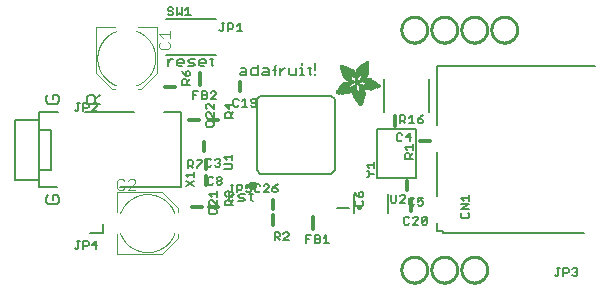
<source format=gbr>
G04 EAGLE Gerber RS-274X export*
G75*
%MOMM*%
%FSLAX34Y34*%
%LPD*%
%INSilkscreen Top*%
%IPPOS*%
%AMOC8*
5,1,8,0,0,1.08239X$1,22.5*%
G01*
%ADD10C,0.152400*%
%ADD11C,0.254000*%
%ADD12C,0.177800*%
%ADD13C,0.203200*%
%ADD14C,0.406400*%
%ADD15C,0.127000*%
%ADD16C,0.304800*%
%ADD17C,0.101600*%
%ADD18C,0.076200*%
%ADD19R,0.006300X0.050800*%
%ADD20R,0.006400X0.082600*%
%ADD21R,0.006300X0.120600*%
%ADD22R,0.006400X0.139700*%
%ADD23R,0.006300X0.158800*%
%ADD24R,0.006400X0.177800*%
%ADD25R,0.006300X0.196800*%
%ADD26R,0.006400X0.215900*%
%ADD27R,0.006300X0.228600*%
%ADD28R,0.006400X0.241300*%
%ADD29R,0.006300X0.254000*%
%ADD30R,0.006400X0.266700*%
%ADD31R,0.006300X0.279400*%
%ADD32R,0.006400X0.285700*%
%ADD33R,0.006300X0.298400*%
%ADD34R,0.006400X0.311200*%
%ADD35R,0.006300X0.317500*%
%ADD36R,0.006400X0.330200*%
%ADD37R,0.006300X0.336600*%
%ADD38R,0.006400X0.349200*%
%ADD39R,0.006300X0.361900*%
%ADD40R,0.006400X0.368300*%
%ADD41R,0.006300X0.381000*%
%ADD42R,0.006400X0.387300*%
%ADD43R,0.006300X0.393700*%
%ADD44R,0.006400X0.406400*%
%ADD45R,0.006300X0.412700*%
%ADD46R,0.006400X0.419100*%
%ADD47R,0.006300X0.431800*%
%ADD48R,0.006400X0.438100*%
%ADD49R,0.006300X0.450800*%
%ADD50R,0.006400X0.457200*%
%ADD51R,0.006300X0.463500*%
%ADD52R,0.006400X0.476200*%
%ADD53R,0.006300X0.482600*%
%ADD54R,0.006400X0.488900*%
%ADD55R,0.006300X0.501600*%
%ADD56R,0.006400X0.508000*%
%ADD57R,0.006300X0.514300*%
%ADD58R,0.006400X0.527000*%
%ADD59R,0.006300X0.533400*%
%ADD60R,0.006400X0.546100*%
%ADD61R,0.006300X0.552400*%
%ADD62R,0.006400X0.558800*%
%ADD63R,0.006300X0.571500*%
%ADD64R,0.006400X0.577800*%
%ADD65R,0.006300X0.584200*%
%ADD66R,0.006400X0.596900*%
%ADD67R,0.006300X0.603200*%
%ADD68R,0.006400X0.609600*%
%ADD69R,0.006300X0.622300*%
%ADD70R,0.006400X0.628600*%
%ADD71R,0.006300X0.641300*%
%ADD72R,0.006400X0.647700*%
%ADD73R,0.006300X0.063500*%
%ADD74R,0.006300X0.654000*%
%ADD75R,0.006400X0.101600*%
%ADD76R,0.006400X0.666700*%
%ADD77R,0.006300X0.139700*%
%ADD78R,0.006300X0.673100*%
%ADD79R,0.006400X0.165100*%
%ADD80R,0.006400X0.679400*%
%ADD81R,0.006300X0.196900*%
%ADD82R,0.006300X0.692100*%
%ADD83R,0.006400X0.222200*%
%ADD84R,0.006400X0.698500*%
%ADD85R,0.006300X0.247700*%
%ADD86R,0.006300X0.704800*%
%ADD87R,0.006400X0.279400*%
%ADD88R,0.006400X0.717500*%
%ADD89R,0.006300X0.298500*%
%ADD90R,0.006300X0.723900*%
%ADD91R,0.006400X0.736600*%
%ADD92R,0.006300X0.342900*%
%ADD93R,0.006300X0.742900*%
%ADD94R,0.006400X0.374700*%
%ADD95R,0.006400X0.749300*%
%ADD96R,0.006300X0.762000*%
%ADD97R,0.006400X0.412700*%
%ADD98R,0.006400X0.768300*%
%ADD99R,0.006300X0.438100*%
%ADD100R,0.006300X0.774700*%
%ADD101R,0.006400X0.463600*%
%ADD102R,0.006400X0.787400*%
%ADD103R,0.006300X0.793700*%
%ADD104R,0.006400X0.495300*%
%ADD105R,0.006400X0.800100*%
%ADD106R,0.006300X0.520700*%
%ADD107R,0.006300X0.812800*%
%ADD108R,0.006400X0.533400*%
%ADD109R,0.006400X0.819100*%
%ADD110R,0.006300X0.558800*%
%ADD111R,0.006300X0.825500*%
%ADD112R,0.006400X0.577900*%
%ADD113R,0.006400X0.831800*%
%ADD114R,0.006300X0.596900*%
%ADD115R,0.006300X0.844500*%
%ADD116R,0.006400X0.616000*%
%ADD117R,0.006400X0.850900*%
%ADD118R,0.006300X0.635000*%
%ADD119R,0.006300X0.857200*%
%ADD120R,0.006400X0.654100*%
%ADD121R,0.006400X0.863600*%
%ADD122R,0.006300X0.666700*%
%ADD123R,0.006300X0.869900*%
%ADD124R,0.006400X0.685800*%
%ADD125R,0.006400X0.876300*%
%ADD126R,0.006300X0.882600*%
%ADD127R,0.006400X0.723900*%
%ADD128R,0.006400X0.889000*%
%ADD129R,0.006300X0.895300*%
%ADD130R,0.006400X0.755700*%
%ADD131R,0.006400X0.901700*%
%ADD132R,0.006300X0.908000*%
%ADD133R,0.006400X0.793800*%
%ADD134R,0.006400X0.914400*%
%ADD135R,0.006300X0.806400*%
%ADD136R,0.006300X0.920700*%
%ADD137R,0.006400X0.825500*%
%ADD138R,0.006400X0.927100*%
%ADD139R,0.006300X0.933400*%
%ADD140R,0.006400X0.857300*%
%ADD141R,0.006400X0.939800*%
%ADD142R,0.006300X0.870000*%
%ADD143R,0.006300X0.939800*%
%ADD144R,0.006400X0.946100*%
%ADD145R,0.006300X0.952500*%
%ADD146R,0.006400X0.908000*%
%ADD147R,0.006400X0.958800*%
%ADD148R,0.006300X0.965200*%
%ADD149R,0.006400X0.965200*%
%ADD150R,0.006300X0.971500*%
%ADD151R,0.006400X0.952500*%
%ADD152R,0.006400X0.977900*%
%ADD153R,0.006300X0.958800*%
%ADD154R,0.006300X0.984200*%
%ADD155R,0.006400X0.971500*%
%ADD156R,0.006400X0.984200*%
%ADD157R,0.006300X0.990600*%
%ADD158R,0.006400X0.984300*%
%ADD159R,0.006400X0.996900*%
%ADD160R,0.006300X0.997000*%
%ADD161R,0.006300X0.996900*%
%ADD162R,0.006400X1.003300*%
%ADD163R,0.006300X1.016000*%
%ADD164R,0.006300X1.009600*%
%ADD165R,0.006400X1.016000*%
%ADD166R,0.006400X1.009600*%
%ADD167R,0.006300X1.022300*%
%ADD168R,0.006400X1.028700*%
%ADD169R,0.006300X1.035100*%
%ADD170R,0.006400X1.047800*%
%ADD171R,0.006300X1.054100*%
%ADD172R,0.006300X1.028700*%
%ADD173R,0.006400X1.054100*%
%ADD174R,0.006400X1.035000*%
%ADD175R,0.006300X1.060400*%
%ADD176R,0.006300X1.035000*%
%ADD177R,0.006400X1.060500*%
%ADD178R,0.006400X1.041400*%
%ADD179R,0.006300X1.066800*%
%ADD180R,0.006300X1.041400*%
%ADD181R,0.006400X1.079500*%
%ADD182R,0.006400X1.047700*%
%ADD183R,0.006300X1.085900*%
%ADD184R,0.006300X1.047700*%
%ADD185R,0.006400X1.085800*%
%ADD186R,0.006300X1.092200*%
%ADD187R,0.006400X1.085900*%
%ADD188R,0.006300X1.098600*%
%ADD189R,0.006400X1.098600*%
%ADD190R,0.006400X1.060400*%
%ADD191R,0.006300X1.104900*%
%ADD192R,0.006400X1.104900*%
%ADD193R,0.006400X1.066800*%
%ADD194R,0.006300X1.111200*%
%ADD195R,0.006400X1.117600*%
%ADD196R,0.006300X1.117600*%
%ADD197R,0.006300X1.073100*%
%ADD198R,0.006400X1.073100*%
%ADD199R,0.006300X1.124000*%
%ADD200R,0.006300X1.079500*%
%ADD201R,0.006400X1.123900*%
%ADD202R,0.006300X1.130300*%
%ADD203R,0.006400X1.130300*%
%ADD204R,0.006400X1.136700*%
%ADD205R,0.006300X1.136700*%
%ADD206R,0.006300X1.085800*%
%ADD207R,0.006400X1.136600*%
%ADD208R,0.006300X1.136600*%
%ADD209R,0.006400X1.143000*%
%ADD210R,0.006300X1.143000*%
%ADD211R,0.006300X1.149400*%
%ADD212R,0.006300X1.149300*%
%ADD213R,0.006400X1.149300*%
%ADD214R,0.006400X1.149400*%
%ADD215R,0.006400X1.155700*%
%ADD216R,0.006300X1.155700*%
%ADD217R,0.006300X1.060500*%
%ADD218R,0.006400X2.197100*%
%ADD219R,0.006300X2.197100*%
%ADD220R,0.006300X2.184400*%
%ADD221R,0.006400X2.184400*%
%ADD222R,0.006400X2.171700*%
%ADD223R,0.006300X2.171700*%
%ADD224R,0.006400X1.530300*%
%ADD225R,0.006300X1.505000*%
%ADD226R,0.006400X1.492300*%
%ADD227R,0.006300X1.485900*%
%ADD228R,0.006300X0.565200*%
%ADD229R,0.006400X1.473200*%
%ADD230R,0.006400X0.565200*%
%ADD231R,0.006300X1.460500*%
%ADD232R,0.006400X1.454100*%
%ADD233R,0.006400X0.552400*%
%ADD234R,0.006300X1.441500*%
%ADD235R,0.006300X0.546100*%
%ADD236R,0.006400X1.435100*%
%ADD237R,0.006400X0.539800*%
%ADD238R,0.006300X1.428800*%
%ADD239R,0.006400X1.422400*%
%ADD240R,0.006300X1.409700*%
%ADD241R,0.006300X0.527100*%
%ADD242R,0.006400X1.403300*%
%ADD243R,0.006400X0.527100*%
%ADD244R,0.006300X1.390700*%
%ADD245R,0.006400X1.384300*%
%ADD246R,0.006400X0.520700*%
%ADD247R,0.006300X1.384300*%
%ADD248R,0.006300X0.514400*%
%ADD249R,0.006400X1.371600*%
%ADD250R,0.006300X1.365200*%
%ADD251R,0.006300X0.508000*%
%ADD252R,0.006400X1.352600*%
%ADD253R,0.006400X0.501700*%
%ADD254R,0.006300X0.711200*%
%ADD255R,0.006300X0.603300*%
%ADD256R,0.006300X0.501700*%
%ADD257R,0.006400X0.692100*%
%ADD258R,0.006400X0.571500*%
%ADD259R,0.006300X0.679400*%
%ADD260R,0.006300X0.495300*%
%ADD261R,0.006400X0.673100*%
%ADD262R,0.006300X0.666800*%
%ADD263R,0.006300X0.488900*%
%ADD264R,0.006400X0.660400*%
%ADD265R,0.006400X0.482600*%
%ADD266R,0.006300X0.476200*%
%ADD267R,0.006400X0.654000*%
%ADD268R,0.006400X0.469900*%
%ADD269R,0.006400X0.476300*%
%ADD270R,0.006300X0.647700*%
%ADD271R,0.006300X0.457200*%
%ADD272R,0.006300X0.469900*%
%ADD273R,0.006400X0.641300*%
%ADD274R,0.006400X0.444500*%
%ADD275R,0.006300X0.463600*%
%ADD276R,0.006400X0.635000*%
%ADD277R,0.006400X0.463500*%
%ADD278R,0.006400X0.393700*%
%ADD279R,0.006400X0.450800*%
%ADD280R,0.006300X0.628600*%
%ADD281R,0.006300X0.387400*%
%ADD282R,0.006300X0.450900*%
%ADD283R,0.006400X0.628700*%
%ADD284R,0.006400X0.374600*%
%ADD285R,0.006300X0.368300*%
%ADD286R,0.006300X0.438200*%
%ADD287R,0.006400X0.622300*%
%ADD288R,0.006400X0.355600*%
%ADD289R,0.006400X0.431800*%
%ADD290R,0.006300X0.349300*%
%ADD291R,0.006300X0.425400*%
%ADD292R,0.006300X0.615900*%
%ADD293R,0.006300X0.330200*%
%ADD294R,0.006300X0.419100*%
%ADD295R,0.006300X0.616000*%
%ADD296R,0.006300X0.311200*%
%ADD297R,0.006300X0.406400*%
%ADD298R,0.006400X0.615900*%
%ADD299R,0.006400X0.304800*%
%ADD300R,0.006400X0.158800*%
%ADD301R,0.006300X0.609600*%
%ADD302R,0.006300X0.292100*%
%ADD303R,0.006300X0.235000*%
%ADD304R,0.006400X0.387400*%
%ADD305R,0.006400X0.292100*%
%ADD306R,0.006300X0.336500*%
%ADD307R,0.006300X0.260400*%
%ADD308R,0.006400X0.603300*%
%ADD309R,0.006400X0.260400*%
%ADD310R,0.006400X0.362000*%
%ADD311R,0.006400X0.450900*%
%ADD312R,0.006300X0.355600*%
%ADD313R,0.006400X0.342900*%
%ADD314R,0.006400X0.514300*%
%ADD315R,0.006300X0.234900*%
%ADD316R,0.006300X0.539700*%
%ADD317R,0.006400X0.603200*%
%ADD318R,0.006400X0.234900*%
%ADD319R,0.006400X0.920700*%
%ADD320R,0.006400X0.958900*%
%ADD321R,0.006300X0.215900*%
%ADD322R,0.006400X0.209600*%
%ADD323R,0.006300X0.203200*%
%ADD324R,0.006300X1.003300*%
%ADD325R,0.006400X0.203200*%
%ADD326R,0.006400X0.196900*%
%ADD327R,0.006300X0.190500*%
%ADD328R,0.006400X0.190500*%
%ADD329R,0.006300X0.184200*%
%ADD330R,0.006400X0.590500*%
%ADD331R,0.006400X0.184200*%
%ADD332R,0.006300X0.590500*%
%ADD333R,0.006300X0.177800*%
%ADD334R,0.006400X0.584200*%
%ADD335R,0.006400X1.168400*%
%ADD336R,0.006300X0.171500*%
%ADD337R,0.006300X1.187500*%
%ADD338R,0.006400X1.200100*%
%ADD339R,0.006300X0.577800*%
%ADD340R,0.006300X1.212900*%
%ADD341R,0.006400X1.231900*%
%ADD342R,0.006300X1.250900*%
%ADD343R,0.006400X0.565100*%
%ADD344R,0.006400X0.184100*%
%ADD345R,0.006400X1.263700*%
%ADD346R,0.006300X0.565100*%
%ADD347R,0.006300X1.289100*%
%ADD348R,0.006400X1.314400*%
%ADD349R,0.006300X0.552500*%
%ADD350R,0.006300X1.568500*%
%ADD351R,0.006400X0.552500*%
%ADD352R,0.006400X1.581200*%
%ADD353R,0.006300X1.593800*%
%ADD354R,0.006400X1.606500*%
%ADD355R,0.006300X1.619300*%
%ADD356R,0.006400X0.514400*%
%ADD357R,0.006400X1.638300*%
%ADD358R,0.006300X1.657300*%
%ADD359R,0.006400X2.209800*%
%ADD360R,0.006300X2.425700*%
%ADD361R,0.006400X2.470100*%
%ADD362R,0.006300X2.501900*%
%ADD363R,0.006400X2.533700*%
%ADD364R,0.006300X2.559000*%
%ADD365R,0.006400X2.584500*%
%ADD366R,0.006300X2.609900*%
%ADD367R,0.006400X2.628900*%
%ADD368R,0.006300X2.660600*%
%ADD369R,0.006400X2.673400*%
%ADD370R,0.006300X1.422400*%
%ADD371R,0.006300X1.200200*%
%ADD372R,0.006300X1.365300*%
%ADD373R,0.006400X1.365300*%
%ADD374R,0.006300X1.352500*%
%ADD375R,0.006300X1.098500*%
%ADD376R,0.006400X1.358900*%
%ADD377R,0.006300X1.352600*%
%ADD378R,0.006300X1.358900*%
%ADD379R,0.006300X1.371600*%
%ADD380R,0.006400X1.377900*%
%ADD381R,0.006400X1.397000*%
%ADD382R,0.006300X1.403300*%
%ADD383R,0.006300X0.914400*%
%ADD384R,0.006300X0.876300*%
%ADD385R,0.006300X0.374600*%
%ADD386R,0.006400X1.073200*%
%ADD387R,0.006300X0.374700*%
%ADD388R,0.006400X0.844600*%
%ADD389R,0.006300X0.844600*%
%ADD390R,0.006400X0.831900*%
%ADD391R,0.006400X1.092200*%
%ADD392R,0.006300X0.400000*%
%ADD393R,0.006400X0.819200*%
%ADD394R,0.006400X1.111300*%
%ADD395R,0.006400X0.812800*%
%ADD396R,0.006300X0.800100*%
%ADD397R,0.006300X0.476300*%
%ADD398R,0.006300X1.181100*%
%ADD399R,0.006400X0.501600*%
%ADD400R,0.006400X1.193800*%
%ADD401R,0.006400X0.781000*%
%ADD402R,0.006400X1.238200*%
%ADD403R,0.006300X0.781100*%
%ADD404R,0.006300X1.257300*%
%ADD405R,0.006400X1.295400*%
%ADD406R,0.006300X1.333500*%
%ADD407R,0.006400X0.774700*%
%ADD408R,0.006400X1.866900*%
%ADD409R,0.006300X0.209600*%
%ADD410R,0.006300X1.866900*%
%ADD411R,0.006400X0.768400*%
%ADD412R,0.006400X0.209500*%
%ADD413R,0.006400X1.860600*%
%ADD414R,0.006400X0.762000*%
%ADD415R,0.006300X0.768400*%
%ADD416R,0.006300X1.860600*%
%ADD417R,0.006400X1.860500*%
%ADD418R,0.006300X0.222300*%
%ADD419R,0.006300X1.854200*%
%ADD420R,0.006400X0.235000*%
%ADD421R,0.006400X1.854200*%
%ADD422R,0.006300X0.768300*%
%ADD423R,0.006400X0.260300*%
%ADD424R,0.006400X1.847800*%
%ADD425R,0.006300X0.266700*%
%ADD426R,0.006300X1.847800*%
%ADD427R,0.006400X0.273100*%
%ADD428R,0.006400X1.841500*%
%ADD429R,0.006300X0.285800*%
%ADD430R,0.006300X1.841500*%
%ADD431R,0.006400X0.298500*%
%ADD432R,0.006400X1.835100*%
%ADD433R,0.006300X0.781000*%
%ADD434R,0.006300X0.304800*%
%ADD435R,0.006300X1.835100*%
%ADD436R,0.006400X0.317500*%
%ADD437R,0.006400X1.828800*%
%ADD438R,0.006300X0.787400*%
%ADD439R,0.006300X0.323800*%
%ADD440R,0.006300X1.828800*%
%ADD441R,0.006400X0.793700*%
%ADD442R,0.006400X1.822400*%
%ADD443R,0.006300X0.806500*%
%ADD444R,0.006300X1.822400*%
%ADD445R,0.006400X1.816100*%
%ADD446R,0.006300X0.819100*%
%ADD447R,0.006300X0.387300*%
%ADD448R,0.006300X1.816100*%
%ADD449R,0.006400X1.809800*%
%ADD450R,0.006300X1.803400*%
%ADD451R,0.006400X1.797000*%
%ADD452R,0.006300X0.901700*%
%ADD453R,0.006300X1.797000*%
%ADD454R,0.006400X1.441400*%
%ADD455R,0.006400X1.790700*%
%ADD456R,0.006300X1.447800*%
%ADD457R,0.006300X1.784300*%
%ADD458R,0.006400X1.447800*%
%ADD459R,0.006400X1.784300*%
%ADD460R,0.006300X1.454100*%
%ADD461R,0.006300X1.771700*%
%ADD462R,0.006400X1.460500*%
%ADD463R,0.006400X1.759000*%
%ADD464R,0.006300X1.466800*%
%ADD465R,0.006300X1.752600*%
%ADD466R,0.006400X1.466800*%
%ADD467R,0.006400X1.739900*%
%ADD468R,0.006300X1.473200*%
%ADD469R,0.006300X1.727200*%
%ADD470R,0.006400X1.479500*%
%ADD471R,0.006400X1.714500*%
%ADD472R,0.006300X1.695400*%
%ADD473R,0.006400X1.485900*%
%ADD474R,0.006400X1.682700*%
%ADD475R,0.006300X1.492200*%
%ADD476R,0.006300X1.663700*%
%ADD477R,0.006400X1.498600*%
%ADD478R,0.006400X1.644600*%
%ADD479R,0.006300X1.498600*%
%ADD480R,0.006300X1.619200*%
%ADD481R,0.006400X1.511300*%
%ADD482R,0.006400X1.600200*%
%ADD483R,0.006300X1.517700*%
%ADD484R,0.006300X1.574800*%
%ADD485R,0.006400X1.524000*%
%ADD486R,0.006400X1.555800*%
%ADD487R,0.006300X1.524000*%
%ADD488R,0.006300X1.536700*%
%ADD489R,0.006400X1.530400*%
%ADD490R,0.006400X1.517700*%
%ADD491R,0.006300X1.492300*%
%ADD492R,0.006400X1.549400*%
%ADD493R,0.006400X1.479600*%
%ADD494R,0.006300X1.549400*%
%ADD495R,0.006400X1.555700*%
%ADD496R,0.006300X1.562100*%
%ADD497R,0.006300X0.323900*%
%ADD498R,0.006400X1.568400*%
%ADD499R,0.006400X0.336600*%
%ADD500R,0.006300X1.587500*%
%ADD501R,0.006300X0.971600*%
%ADD502R,0.006400X0.349300*%
%ADD503R,0.006300X1.600200*%
%ADD504R,0.006300X0.920800*%
%ADD505R,0.006400X0.882700*%
%ADD506R,0.006300X1.612900*%
%ADD507R,0.006300X0.362000*%
%ADD508R,0.006400X1.625600*%
%ADD509R,0.006300X1.625600*%
%ADD510R,0.006300X1.644600*%
%ADD511R,0.006300X0.736600*%
%ADD512R,0.006400X0.717600*%
%ADD513R,0.006300X1.657400*%
%ADD514R,0.006300X0.679500*%
%ADD515R,0.006400X1.663700*%
%ADD516R,0.006400X0.400000*%
%ADD517R,0.006300X1.676400*%
%ADD518R,0.006400X1.676400*%
%ADD519R,0.006400X0.425500*%
%ADD520R,0.006400X1.352500*%
%ADD521R,0.006300X0.444500*%
%ADD522R,0.006400X0.361900*%
%ADD523R,0.006300X0.088900*%
%ADD524R,0.006300X1.009700*%
%ADD525R,0.006400X1.009700*%
%ADD526R,0.006400X1.022300*%
%ADD527R,0.006400X1.346200*%
%ADD528R,0.006300X1.346200*%
%ADD529R,0.006400X1.339900*%
%ADD530R,0.006400X1.035100*%
%ADD531R,0.006300X1.339800*%
%ADD532R,0.006400X1.333500*%
%ADD533R,0.006400X1.327200*%
%ADD534R,0.006300X1.320800*%
%ADD535R,0.006400X1.314500*%
%ADD536R,0.006300X1.314400*%
%ADD537R,0.006400X1.301700*%
%ADD538R,0.006300X1.295400*%
%ADD539R,0.006400X1.289000*%
%ADD540R,0.006300X1.276300*%
%ADD541R,0.006300X1.251000*%
%ADD542R,0.006400X1.244600*%
%ADD543R,0.006300X1.231900*%
%ADD544R,0.006400X1.212800*%
%ADD545R,0.006300X1.200100*%
%ADD546R,0.006400X1.187400*%
%ADD547R,0.006300X1.168400*%
%ADD548R,0.006300X1.047800*%
%ADD549R,0.006300X0.977900*%
%ADD550R,0.006400X0.946200*%
%ADD551R,0.006400X0.933400*%
%ADD552R,0.006400X0.895300*%
%ADD553R,0.006300X0.882700*%
%ADD554R,0.006300X0.863600*%
%ADD555R,0.006400X0.857200*%
%ADD556R,0.006300X0.850900*%
%ADD557R,0.006300X0.838200*%
%ADD558R,0.006400X0.806500*%
%ADD559R,0.006300X0.717600*%
%ADD560R,0.006400X0.711200*%
%ADD561R,0.006400X0.641400*%
%ADD562R,0.006300X0.641400*%
%ADD563R,0.006300X0.628700*%
%ADD564R,0.006300X0.590600*%
%ADD565R,0.006400X0.539700*%
%ADD566R,0.006300X0.285700*%
%ADD567R,0.006300X0.222200*%
%ADD568R,0.006300X0.171400*%
%ADD569R,0.006400X0.152400*%
%ADD570R,0.006300X0.133400*%


D10*
X160782Y70612D02*
X160782Y76374D01*
X160782Y73493D02*
X163663Y76374D01*
X165104Y76374D01*
X168578Y70612D02*
X172900Y70612D01*
X174340Y72053D01*
X172900Y73493D01*
X170019Y73493D01*
X168578Y74934D01*
X170019Y76374D01*
X174340Y76374D01*
X179374Y77815D02*
X179374Y72053D01*
X180814Y70612D01*
X180814Y76374D02*
X177933Y76374D01*
D11*
X306575Y215900D02*
X306578Y216168D01*
X306588Y216436D01*
X306605Y216704D01*
X306628Y216971D01*
X306657Y217237D01*
X306693Y217503D01*
X306736Y217768D01*
X306785Y218031D01*
X306840Y218294D01*
X306902Y218555D01*
X306971Y218814D01*
X307045Y219071D01*
X307126Y219327D01*
X307214Y219581D01*
X307307Y219832D01*
X307407Y220081D01*
X307512Y220327D01*
X307624Y220571D01*
X307742Y220812D01*
X307865Y221050D01*
X307994Y221285D01*
X308129Y221517D01*
X308270Y221745D01*
X308416Y221970D01*
X308568Y222191D01*
X308725Y222408D01*
X308887Y222621D01*
X309055Y222831D01*
X309227Y223036D01*
X309405Y223237D01*
X309588Y223433D01*
X309775Y223625D01*
X309967Y223812D01*
X310163Y223995D01*
X310364Y224173D01*
X310569Y224345D01*
X310779Y224513D01*
X310992Y224675D01*
X311209Y224832D01*
X311430Y224984D01*
X311655Y225130D01*
X311883Y225271D01*
X312115Y225406D01*
X312350Y225535D01*
X312588Y225658D01*
X312829Y225776D01*
X313073Y225888D01*
X313319Y225993D01*
X313568Y226093D01*
X313819Y226186D01*
X314073Y226274D01*
X314329Y226355D01*
X314586Y226429D01*
X314845Y226498D01*
X315106Y226560D01*
X315369Y226615D01*
X315632Y226664D01*
X315897Y226707D01*
X316163Y226743D01*
X316429Y226772D01*
X316696Y226795D01*
X316964Y226812D01*
X317232Y226822D01*
X317500Y226825D01*
X317768Y226822D01*
X318036Y226812D01*
X318304Y226795D01*
X318571Y226772D01*
X318837Y226743D01*
X319103Y226707D01*
X319368Y226664D01*
X319631Y226615D01*
X319894Y226560D01*
X320155Y226498D01*
X320414Y226429D01*
X320671Y226355D01*
X320927Y226274D01*
X321181Y226186D01*
X321432Y226093D01*
X321681Y225993D01*
X321927Y225888D01*
X322171Y225776D01*
X322412Y225658D01*
X322650Y225535D01*
X322885Y225406D01*
X323117Y225271D01*
X323345Y225130D01*
X323570Y224984D01*
X323791Y224832D01*
X324008Y224675D01*
X324221Y224513D01*
X324431Y224345D01*
X324636Y224173D01*
X324837Y223995D01*
X325033Y223812D01*
X325225Y223625D01*
X325412Y223433D01*
X325595Y223237D01*
X325773Y223036D01*
X325945Y222831D01*
X326113Y222621D01*
X326275Y222408D01*
X326432Y222191D01*
X326584Y221970D01*
X326730Y221745D01*
X326871Y221517D01*
X327006Y221285D01*
X327135Y221050D01*
X327258Y220812D01*
X327376Y220571D01*
X327488Y220327D01*
X327593Y220081D01*
X327693Y219832D01*
X327786Y219581D01*
X327874Y219327D01*
X327955Y219071D01*
X328029Y218814D01*
X328098Y218555D01*
X328160Y218294D01*
X328215Y218031D01*
X328264Y217768D01*
X328307Y217503D01*
X328343Y217237D01*
X328372Y216971D01*
X328395Y216704D01*
X328412Y216436D01*
X328422Y216168D01*
X328425Y215900D01*
X328422Y215632D01*
X328412Y215364D01*
X328395Y215096D01*
X328372Y214829D01*
X328343Y214563D01*
X328307Y214297D01*
X328264Y214032D01*
X328215Y213769D01*
X328160Y213506D01*
X328098Y213245D01*
X328029Y212986D01*
X327955Y212729D01*
X327874Y212473D01*
X327786Y212219D01*
X327693Y211968D01*
X327593Y211719D01*
X327488Y211473D01*
X327376Y211229D01*
X327258Y210988D01*
X327135Y210750D01*
X327006Y210515D01*
X326871Y210283D01*
X326730Y210055D01*
X326584Y209830D01*
X326432Y209609D01*
X326275Y209392D01*
X326113Y209179D01*
X325945Y208969D01*
X325773Y208764D01*
X325595Y208563D01*
X325412Y208367D01*
X325225Y208175D01*
X325033Y207988D01*
X324837Y207805D01*
X324636Y207627D01*
X324431Y207455D01*
X324221Y207287D01*
X324008Y207125D01*
X323791Y206968D01*
X323570Y206816D01*
X323345Y206670D01*
X323117Y206529D01*
X322885Y206394D01*
X322650Y206265D01*
X322412Y206142D01*
X322171Y206024D01*
X321927Y205912D01*
X321681Y205807D01*
X321432Y205707D01*
X321181Y205614D01*
X320927Y205526D01*
X320671Y205445D01*
X320414Y205371D01*
X320155Y205302D01*
X319894Y205240D01*
X319631Y205185D01*
X319368Y205136D01*
X319103Y205093D01*
X318837Y205057D01*
X318571Y205028D01*
X318304Y205005D01*
X318036Y204988D01*
X317768Y204978D01*
X317500Y204975D01*
X317232Y204978D01*
X316964Y204988D01*
X316696Y205005D01*
X316429Y205028D01*
X316163Y205057D01*
X315897Y205093D01*
X315632Y205136D01*
X315369Y205185D01*
X315106Y205240D01*
X314845Y205302D01*
X314586Y205371D01*
X314329Y205445D01*
X314073Y205526D01*
X313819Y205614D01*
X313568Y205707D01*
X313319Y205807D01*
X313073Y205912D01*
X312829Y206024D01*
X312588Y206142D01*
X312350Y206265D01*
X312115Y206394D01*
X311883Y206529D01*
X311655Y206670D01*
X311430Y206816D01*
X311209Y206968D01*
X310992Y207125D01*
X310779Y207287D01*
X310569Y207455D01*
X310364Y207627D01*
X310163Y207805D01*
X309967Y207988D01*
X309775Y208175D01*
X309588Y208367D01*
X309405Y208563D01*
X309227Y208764D01*
X309055Y208969D01*
X308887Y209179D01*
X308725Y209392D01*
X308568Y209609D01*
X308416Y209830D01*
X308270Y210055D01*
X308129Y210283D01*
X307994Y210515D01*
X307865Y210750D01*
X307742Y210988D01*
X307624Y211229D01*
X307512Y211473D01*
X307407Y211719D01*
X307307Y211968D01*
X307214Y212219D01*
X307126Y212473D01*
X307045Y212729D01*
X306971Y212986D01*
X306902Y213245D01*
X306840Y213506D01*
X306785Y213769D01*
X306736Y214032D01*
X306693Y214297D01*
X306657Y214563D01*
X306628Y214829D01*
X306605Y215096D01*
X306588Y215364D01*
X306578Y215632D01*
X306575Y215900D01*
X331975Y215900D02*
X331978Y216168D01*
X331988Y216436D01*
X332005Y216704D01*
X332028Y216971D01*
X332057Y217237D01*
X332093Y217503D01*
X332136Y217768D01*
X332185Y218031D01*
X332240Y218294D01*
X332302Y218555D01*
X332371Y218814D01*
X332445Y219071D01*
X332526Y219327D01*
X332614Y219581D01*
X332707Y219832D01*
X332807Y220081D01*
X332912Y220327D01*
X333024Y220571D01*
X333142Y220812D01*
X333265Y221050D01*
X333394Y221285D01*
X333529Y221517D01*
X333670Y221745D01*
X333816Y221970D01*
X333968Y222191D01*
X334125Y222408D01*
X334287Y222621D01*
X334455Y222831D01*
X334627Y223036D01*
X334805Y223237D01*
X334988Y223433D01*
X335175Y223625D01*
X335367Y223812D01*
X335563Y223995D01*
X335764Y224173D01*
X335969Y224345D01*
X336179Y224513D01*
X336392Y224675D01*
X336609Y224832D01*
X336830Y224984D01*
X337055Y225130D01*
X337283Y225271D01*
X337515Y225406D01*
X337750Y225535D01*
X337988Y225658D01*
X338229Y225776D01*
X338473Y225888D01*
X338719Y225993D01*
X338968Y226093D01*
X339219Y226186D01*
X339473Y226274D01*
X339729Y226355D01*
X339986Y226429D01*
X340245Y226498D01*
X340506Y226560D01*
X340769Y226615D01*
X341032Y226664D01*
X341297Y226707D01*
X341563Y226743D01*
X341829Y226772D01*
X342096Y226795D01*
X342364Y226812D01*
X342632Y226822D01*
X342900Y226825D01*
X343168Y226822D01*
X343436Y226812D01*
X343704Y226795D01*
X343971Y226772D01*
X344237Y226743D01*
X344503Y226707D01*
X344768Y226664D01*
X345031Y226615D01*
X345294Y226560D01*
X345555Y226498D01*
X345814Y226429D01*
X346071Y226355D01*
X346327Y226274D01*
X346581Y226186D01*
X346832Y226093D01*
X347081Y225993D01*
X347327Y225888D01*
X347571Y225776D01*
X347812Y225658D01*
X348050Y225535D01*
X348285Y225406D01*
X348517Y225271D01*
X348745Y225130D01*
X348970Y224984D01*
X349191Y224832D01*
X349408Y224675D01*
X349621Y224513D01*
X349831Y224345D01*
X350036Y224173D01*
X350237Y223995D01*
X350433Y223812D01*
X350625Y223625D01*
X350812Y223433D01*
X350995Y223237D01*
X351173Y223036D01*
X351345Y222831D01*
X351513Y222621D01*
X351675Y222408D01*
X351832Y222191D01*
X351984Y221970D01*
X352130Y221745D01*
X352271Y221517D01*
X352406Y221285D01*
X352535Y221050D01*
X352658Y220812D01*
X352776Y220571D01*
X352888Y220327D01*
X352993Y220081D01*
X353093Y219832D01*
X353186Y219581D01*
X353274Y219327D01*
X353355Y219071D01*
X353429Y218814D01*
X353498Y218555D01*
X353560Y218294D01*
X353615Y218031D01*
X353664Y217768D01*
X353707Y217503D01*
X353743Y217237D01*
X353772Y216971D01*
X353795Y216704D01*
X353812Y216436D01*
X353822Y216168D01*
X353825Y215900D01*
X353822Y215632D01*
X353812Y215364D01*
X353795Y215096D01*
X353772Y214829D01*
X353743Y214563D01*
X353707Y214297D01*
X353664Y214032D01*
X353615Y213769D01*
X353560Y213506D01*
X353498Y213245D01*
X353429Y212986D01*
X353355Y212729D01*
X353274Y212473D01*
X353186Y212219D01*
X353093Y211968D01*
X352993Y211719D01*
X352888Y211473D01*
X352776Y211229D01*
X352658Y210988D01*
X352535Y210750D01*
X352406Y210515D01*
X352271Y210283D01*
X352130Y210055D01*
X351984Y209830D01*
X351832Y209609D01*
X351675Y209392D01*
X351513Y209179D01*
X351345Y208969D01*
X351173Y208764D01*
X350995Y208563D01*
X350812Y208367D01*
X350625Y208175D01*
X350433Y207988D01*
X350237Y207805D01*
X350036Y207627D01*
X349831Y207455D01*
X349621Y207287D01*
X349408Y207125D01*
X349191Y206968D01*
X348970Y206816D01*
X348745Y206670D01*
X348517Y206529D01*
X348285Y206394D01*
X348050Y206265D01*
X347812Y206142D01*
X347571Y206024D01*
X347327Y205912D01*
X347081Y205807D01*
X346832Y205707D01*
X346581Y205614D01*
X346327Y205526D01*
X346071Y205445D01*
X345814Y205371D01*
X345555Y205302D01*
X345294Y205240D01*
X345031Y205185D01*
X344768Y205136D01*
X344503Y205093D01*
X344237Y205057D01*
X343971Y205028D01*
X343704Y205005D01*
X343436Y204988D01*
X343168Y204978D01*
X342900Y204975D01*
X342632Y204978D01*
X342364Y204988D01*
X342096Y205005D01*
X341829Y205028D01*
X341563Y205057D01*
X341297Y205093D01*
X341032Y205136D01*
X340769Y205185D01*
X340506Y205240D01*
X340245Y205302D01*
X339986Y205371D01*
X339729Y205445D01*
X339473Y205526D01*
X339219Y205614D01*
X338968Y205707D01*
X338719Y205807D01*
X338473Y205912D01*
X338229Y206024D01*
X337988Y206142D01*
X337750Y206265D01*
X337515Y206394D01*
X337283Y206529D01*
X337055Y206670D01*
X336830Y206816D01*
X336609Y206968D01*
X336392Y207125D01*
X336179Y207287D01*
X335969Y207455D01*
X335764Y207627D01*
X335563Y207805D01*
X335367Y207988D01*
X335175Y208175D01*
X334988Y208367D01*
X334805Y208563D01*
X334627Y208764D01*
X334455Y208969D01*
X334287Y209179D01*
X334125Y209392D01*
X333968Y209609D01*
X333816Y209830D01*
X333670Y210055D01*
X333529Y210283D01*
X333394Y210515D01*
X333265Y210750D01*
X333142Y210988D01*
X333024Y211229D01*
X332912Y211473D01*
X332807Y211719D01*
X332707Y211968D01*
X332614Y212219D01*
X332526Y212473D01*
X332445Y212729D01*
X332371Y212986D01*
X332302Y213245D01*
X332240Y213506D01*
X332185Y213769D01*
X332136Y214032D01*
X332093Y214297D01*
X332057Y214563D01*
X332028Y214829D01*
X332005Y215096D01*
X331988Y215364D01*
X331978Y215632D01*
X331975Y215900D01*
X357375Y215900D02*
X357378Y216168D01*
X357388Y216436D01*
X357405Y216704D01*
X357428Y216971D01*
X357457Y217237D01*
X357493Y217503D01*
X357536Y217768D01*
X357585Y218031D01*
X357640Y218294D01*
X357702Y218555D01*
X357771Y218814D01*
X357845Y219071D01*
X357926Y219327D01*
X358014Y219581D01*
X358107Y219832D01*
X358207Y220081D01*
X358312Y220327D01*
X358424Y220571D01*
X358542Y220812D01*
X358665Y221050D01*
X358794Y221285D01*
X358929Y221517D01*
X359070Y221745D01*
X359216Y221970D01*
X359368Y222191D01*
X359525Y222408D01*
X359687Y222621D01*
X359855Y222831D01*
X360027Y223036D01*
X360205Y223237D01*
X360388Y223433D01*
X360575Y223625D01*
X360767Y223812D01*
X360963Y223995D01*
X361164Y224173D01*
X361369Y224345D01*
X361579Y224513D01*
X361792Y224675D01*
X362009Y224832D01*
X362230Y224984D01*
X362455Y225130D01*
X362683Y225271D01*
X362915Y225406D01*
X363150Y225535D01*
X363388Y225658D01*
X363629Y225776D01*
X363873Y225888D01*
X364119Y225993D01*
X364368Y226093D01*
X364619Y226186D01*
X364873Y226274D01*
X365129Y226355D01*
X365386Y226429D01*
X365645Y226498D01*
X365906Y226560D01*
X366169Y226615D01*
X366432Y226664D01*
X366697Y226707D01*
X366963Y226743D01*
X367229Y226772D01*
X367496Y226795D01*
X367764Y226812D01*
X368032Y226822D01*
X368300Y226825D01*
X368568Y226822D01*
X368836Y226812D01*
X369104Y226795D01*
X369371Y226772D01*
X369637Y226743D01*
X369903Y226707D01*
X370168Y226664D01*
X370431Y226615D01*
X370694Y226560D01*
X370955Y226498D01*
X371214Y226429D01*
X371471Y226355D01*
X371727Y226274D01*
X371981Y226186D01*
X372232Y226093D01*
X372481Y225993D01*
X372727Y225888D01*
X372971Y225776D01*
X373212Y225658D01*
X373450Y225535D01*
X373685Y225406D01*
X373917Y225271D01*
X374145Y225130D01*
X374370Y224984D01*
X374591Y224832D01*
X374808Y224675D01*
X375021Y224513D01*
X375231Y224345D01*
X375436Y224173D01*
X375637Y223995D01*
X375833Y223812D01*
X376025Y223625D01*
X376212Y223433D01*
X376395Y223237D01*
X376573Y223036D01*
X376745Y222831D01*
X376913Y222621D01*
X377075Y222408D01*
X377232Y222191D01*
X377384Y221970D01*
X377530Y221745D01*
X377671Y221517D01*
X377806Y221285D01*
X377935Y221050D01*
X378058Y220812D01*
X378176Y220571D01*
X378288Y220327D01*
X378393Y220081D01*
X378493Y219832D01*
X378586Y219581D01*
X378674Y219327D01*
X378755Y219071D01*
X378829Y218814D01*
X378898Y218555D01*
X378960Y218294D01*
X379015Y218031D01*
X379064Y217768D01*
X379107Y217503D01*
X379143Y217237D01*
X379172Y216971D01*
X379195Y216704D01*
X379212Y216436D01*
X379222Y216168D01*
X379225Y215900D01*
X379222Y215632D01*
X379212Y215364D01*
X379195Y215096D01*
X379172Y214829D01*
X379143Y214563D01*
X379107Y214297D01*
X379064Y214032D01*
X379015Y213769D01*
X378960Y213506D01*
X378898Y213245D01*
X378829Y212986D01*
X378755Y212729D01*
X378674Y212473D01*
X378586Y212219D01*
X378493Y211968D01*
X378393Y211719D01*
X378288Y211473D01*
X378176Y211229D01*
X378058Y210988D01*
X377935Y210750D01*
X377806Y210515D01*
X377671Y210283D01*
X377530Y210055D01*
X377384Y209830D01*
X377232Y209609D01*
X377075Y209392D01*
X376913Y209179D01*
X376745Y208969D01*
X376573Y208764D01*
X376395Y208563D01*
X376212Y208367D01*
X376025Y208175D01*
X375833Y207988D01*
X375637Y207805D01*
X375436Y207627D01*
X375231Y207455D01*
X375021Y207287D01*
X374808Y207125D01*
X374591Y206968D01*
X374370Y206816D01*
X374145Y206670D01*
X373917Y206529D01*
X373685Y206394D01*
X373450Y206265D01*
X373212Y206142D01*
X372971Y206024D01*
X372727Y205912D01*
X372481Y205807D01*
X372232Y205707D01*
X371981Y205614D01*
X371727Y205526D01*
X371471Y205445D01*
X371214Y205371D01*
X370955Y205302D01*
X370694Y205240D01*
X370431Y205185D01*
X370168Y205136D01*
X369903Y205093D01*
X369637Y205057D01*
X369371Y205028D01*
X369104Y205005D01*
X368836Y204988D01*
X368568Y204978D01*
X368300Y204975D01*
X368032Y204978D01*
X367764Y204988D01*
X367496Y205005D01*
X367229Y205028D01*
X366963Y205057D01*
X366697Y205093D01*
X366432Y205136D01*
X366169Y205185D01*
X365906Y205240D01*
X365645Y205302D01*
X365386Y205371D01*
X365129Y205445D01*
X364873Y205526D01*
X364619Y205614D01*
X364368Y205707D01*
X364119Y205807D01*
X363873Y205912D01*
X363629Y206024D01*
X363388Y206142D01*
X363150Y206265D01*
X362915Y206394D01*
X362683Y206529D01*
X362455Y206670D01*
X362230Y206816D01*
X362009Y206968D01*
X361792Y207125D01*
X361579Y207287D01*
X361369Y207455D01*
X361164Y207627D01*
X360963Y207805D01*
X360767Y207988D01*
X360575Y208175D01*
X360388Y208367D01*
X360205Y208563D01*
X360027Y208764D01*
X359855Y208969D01*
X359687Y209179D01*
X359525Y209392D01*
X359368Y209609D01*
X359216Y209830D01*
X359070Y210055D01*
X358929Y210283D01*
X358794Y210515D01*
X358665Y210750D01*
X358542Y210988D01*
X358424Y211229D01*
X358312Y211473D01*
X358207Y211719D01*
X358107Y211968D01*
X358014Y212219D01*
X357926Y212473D01*
X357845Y212729D01*
X357771Y212986D01*
X357702Y213245D01*
X357640Y213506D01*
X357585Y213769D01*
X357536Y214032D01*
X357493Y214297D01*
X357457Y214563D01*
X357428Y214829D01*
X357405Y215096D01*
X357388Y215364D01*
X357378Y215632D01*
X357375Y215900D01*
X382775Y215900D02*
X382778Y216168D01*
X382788Y216436D01*
X382805Y216704D01*
X382828Y216971D01*
X382857Y217237D01*
X382893Y217503D01*
X382936Y217768D01*
X382985Y218031D01*
X383040Y218294D01*
X383102Y218555D01*
X383171Y218814D01*
X383245Y219071D01*
X383326Y219327D01*
X383414Y219581D01*
X383507Y219832D01*
X383607Y220081D01*
X383712Y220327D01*
X383824Y220571D01*
X383942Y220812D01*
X384065Y221050D01*
X384194Y221285D01*
X384329Y221517D01*
X384470Y221745D01*
X384616Y221970D01*
X384768Y222191D01*
X384925Y222408D01*
X385087Y222621D01*
X385255Y222831D01*
X385427Y223036D01*
X385605Y223237D01*
X385788Y223433D01*
X385975Y223625D01*
X386167Y223812D01*
X386363Y223995D01*
X386564Y224173D01*
X386769Y224345D01*
X386979Y224513D01*
X387192Y224675D01*
X387409Y224832D01*
X387630Y224984D01*
X387855Y225130D01*
X388083Y225271D01*
X388315Y225406D01*
X388550Y225535D01*
X388788Y225658D01*
X389029Y225776D01*
X389273Y225888D01*
X389519Y225993D01*
X389768Y226093D01*
X390019Y226186D01*
X390273Y226274D01*
X390529Y226355D01*
X390786Y226429D01*
X391045Y226498D01*
X391306Y226560D01*
X391569Y226615D01*
X391832Y226664D01*
X392097Y226707D01*
X392363Y226743D01*
X392629Y226772D01*
X392896Y226795D01*
X393164Y226812D01*
X393432Y226822D01*
X393700Y226825D01*
X393968Y226822D01*
X394236Y226812D01*
X394504Y226795D01*
X394771Y226772D01*
X395037Y226743D01*
X395303Y226707D01*
X395568Y226664D01*
X395831Y226615D01*
X396094Y226560D01*
X396355Y226498D01*
X396614Y226429D01*
X396871Y226355D01*
X397127Y226274D01*
X397381Y226186D01*
X397632Y226093D01*
X397881Y225993D01*
X398127Y225888D01*
X398371Y225776D01*
X398612Y225658D01*
X398850Y225535D01*
X399085Y225406D01*
X399317Y225271D01*
X399545Y225130D01*
X399770Y224984D01*
X399991Y224832D01*
X400208Y224675D01*
X400421Y224513D01*
X400631Y224345D01*
X400836Y224173D01*
X401037Y223995D01*
X401233Y223812D01*
X401425Y223625D01*
X401612Y223433D01*
X401795Y223237D01*
X401973Y223036D01*
X402145Y222831D01*
X402313Y222621D01*
X402475Y222408D01*
X402632Y222191D01*
X402784Y221970D01*
X402930Y221745D01*
X403071Y221517D01*
X403206Y221285D01*
X403335Y221050D01*
X403458Y220812D01*
X403576Y220571D01*
X403688Y220327D01*
X403793Y220081D01*
X403893Y219832D01*
X403986Y219581D01*
X404074Y219327D01*
X404155Y219071D01*
X404229Y218814D01*
X404298Y218555D01*
X404360Y218294D01*
X404415Y218031D01*
X404464Y217768D01*
X404507Y217503D01*
X404543Y217237D01*
X404572Y216971D01*
X404595Y216704D01*
X404612Y216436D01*
X404622Y216168D01*
X404625Y215900D01*
X404622Y215632D01*
X404612Y215364D01*
X404595Y215096D01*
X404572Y214829D01*
X404543Y214563D01*
X404507Y214297D01*
X404464Y214032D01*
X404415Y213769D01*
X404360Y213506D01*
X404298Y213245D01*
X404229Y212986D01*
X404155Y212729D01*
X404074Y212473D01*
X403986Y212219D01*
X403893Y211968D01*
X403793Y211719D01*
X403688Y211473D01*
X403576Y211229D01*
X403458Y210988D01*
X403335Y210750D01*
X403206Y210515D01*
X403071Y210283D01*
X402930Y210055D01*
X402784Y209830D01*
X402632Y209609D01*
X402475Y209392D01*
X402313Y209179D01*
X402145Y208969D01*
X401973Y208764D01*
X401795Y208563D01*
X401612Y208367D01*
X401425Y208175D01*
X401233Y207988D01*
X401037Y207805D01*
X400836Y207627D01*
X400631Y207455D01*
X400421Y207287D01*
X400208Y207125D01*
X399991Y206968D01*
X399770Y206816D01*
X399545Y206670D01*
X399317Y206529D01*
X399085Y206394D01*
X398850Y206265D01*
X398612Y206142D01*
X398371Y206024D01*
X398127Y205912D01*
X397881Y205807D01*
X397632Y205707D01*
X397381Y205614D01*
X397127Y205526D01*
X396871Y205445D01*
X396614Y205371D01*
X396355Y205302D01*
X396094Y205240D01*
X395831Y205185D01*
X395568Y205136D01*
X395303Y205093D01*
X395037Y205057D01*
X394771Y205028D01*
X394504Y205005D01*
X394236Y204988D01*
X393968Y204978D01*
X393700Y204975D01*
X393432Y204978D01*
X393164Y204988D01*
X392896Y205005D01*
X392629Y205028D01*
X392363Y205057D01*
X392097Y205093D01*
X391832Y205136D01*
X391569Y205185D01*
X391306Y205240D01*
X391045Y205302D01*
X390786Y205371D01*
X390529Y205445D01*
X390273Y205526D01*
X390019Y205614D01*
X389768Y205707D01*
X389519Y205807D01*
X389273Y205912D01*
X389029Y206024D01*
X388788Y206142D01*
X388550Y206265D01*
X388315Y206394D01*
X388083Y206529D01*
X387855Y206670D01*
X387630Y206816D01*
X387409Y206968D01*
X387192Y207125D01*
X386979Y207287D01*
X386769Y207455D01*
X386564Y207627D01*
X386363Y207805D01*
X386167Y207988D01*
X385975Y208175D01*
X385788Y208367D01*
X385605Y208563D01*
X385427Y208764D01*
X385255Y208969D01*
X385087Y209179D01*
X384925Y209392D01*
X384768Y209609D01*
X384616Y209830D01*
X384470Y210055D01*
X384329Y210283D01*
X384194Y210515D01*
X384065Y210750D01*
X383942Y210988D01*
X383824Y211229D01*
X383712Y211473D01*
X383607Y211719D01*
X383507Y211968D01*
X383414Y212219D01*
X383326Y212473D01*
X383245Y212729D01*
X383171Y212986D01*
X383102Y213245D01*
X383040Y213506D01*
X382985Y213769D01*
X382936Y214032D01*
X382893Y214297D01*
X382857Y214563D01*
X382828Y214829D01*
X382805Y215096D01*
X382788Y215364D01*
X382778Y215632D01*
X382775Y215900D01*
X331975Y12700D02*
X331978Y12968D01*
X331988Y13236D01*
X332005Y13504D01*
X332028Y13771D01*
X332057Y14037D01*
X332093Y14303D01*
X332136Y14568D01*
X332185Y14831D01*
X332240Y15094D01*
X332302Y15355D01*
X332371Y15614D01*
X332445Y15871D01*
X332526Y16127D01*
X332614Y16381D01*
X332707Y16632D01*
X332807Y16881D01*
X332912Y17127D01*
X333024Y17371D01*
X333142Y17612D01*
X333265Y17850D01*
X333394Y18085D01*
X333529Y18317D01*
X333670Y18545D01*
X333816Y18770D01*
X333968Y18991D01*
X334125Y19208D01*
X334287Y19421D01*
X334455Y19631D01*
X334627Y19836D01*
X334805Y20037D01*
X334988Y20233D01*
X335175Y20425D01*
X335367Y20612D01*
X335563Y20795D01*
X335764Y20973D01*
X335969Y21145D01*
X336179Y21313D01*
X336392Y21475D01*
X336609Y21632D01*
X336830Y21784D01*
X337055Y21930D01*
X337283Y22071D01*
X337515Y22206D01*
X337750Y22335D01*
X337988Y22458D01*
X338229Y22576D01*
X338473Y22688D01*
X338719Y22793D01*
X338968Y22893D01*
X339219Y22986D01*
X339473Y23074D01*
X339729Y23155D01*
X339986Y23229D01*
X340245Y23298D01*
X340506Y23360D01*
X340769Y23415D01*
X341032Y23464D01*
X341297Y23507D01*
X341563Y23543D01*
X341829Y23572D01*
X342096Y23595D01*
X342364Y23612D01*
X342632Y23622D01*
X342900Y23625D01*
X343168Y23622D01*
X343436Y23612D01*
X343704Y23595D01*
X343971Y23572D01*
X344237Y23543D01*
X344503Y23507D01*
X344768Y23464D01*
X345031Y23415D01*
X345294Y23360D01*
X345555Y23298D01*
X345814Y23229D01*
X346071Y23155D01*
X346327Y23074D01*
X346581Y22986D01*
X346832Y22893D01*
X347081Y22793D01*
X347327Y22688D01*
X347571Y22576D01*
X347812Y22458D01*
X348050Y22335D01*
X348285Y22206D01*
X348517Y22071D01*
X348745Y21930D01*
X348970Y21784D01*
X349191Y21632D01*
X349408Y21475D01*
X349621Y21313D01*
X349831Y21145D01*
X350036Y20973D01*
X350237Y20795D01*
X350433Y20612D01*
X350625Y20425D01*
X350812Y20233D01*
X350995Y20037D01*
X351173Y19836D01*
X351345Y19631D01*
X351513Y19421D01*
X351675Y19208D01*
X351832Y18991D01*
X351984Y18770D01*
X352130Y18545D01*
X352271Y18317D01*
X352406Y18085D01*
X352535Y17850D01*
X352658Y17612D01*
X352776Y17371D01*
X352888Y17127D01*
X352993Y16881D01*
X353093Y16632D01*
X353186Y16381D01*
X353274Y16127D01*
X353355Y15871D01*
X353429Y15614D01*
X353498Y15355D01*
X353560Y15094D01*
X353615Y14831D01*
X353664Y14568D01*
X353707Y14303D01*
X353743Y14037D01*
X353772Y13771D01*
X353795Y13504D01*
X353812Y13236D01*
X353822Y12968D01*
X353825Y12700D01*
X353822Y12432D01*
X353812Y12164D01*
X353795Y11896D01*
X353772Y11629D01*
X353743Y11363D01*
X353707Y11097D01*
X353664Y10832D01*
X353615Y10569D01*
X353560Y10306D01*
X353498Y10045D01*
X353429Y9786D01*
X353355Y9529D01*
X353274Y9273D01*
X353186Y9019D01*
X353093Y8768D01*
X352993Y8519D01*
X352888Y8273D01*
X352776Y8029D01*
X352658Y7788D01*
X352535Y7550D01*
X352406Y7315D01*
X352271Y7083D01*
X352130Y6855D01*
X351984Y6630D01*
X351832Y6409D01*
X351675Y6192D01*
X351513Y5979D01*
X351345Y5769D01*
X351173Y5564D01*
X350995Y5363D01*
X350812Y5167D01*
X350625Y4975D01*
X350433Y4788D01*
X350237Y4605D01*
X350036Y4427D01*
X349831Y4255D01*
X349621Y4087D01*
X349408Y3925D01*
X349191Y3768D01*
X348970Y3616D01*
X348745Y3470D01*
X348517Y3329D01*
X348285Y3194D01*
X348050Y3065D01*
X347812Y2942D01*
X347571Y2824D01*
X347327Y2712D01*
X347081Y2607D01*
X346832Y2507D01*
X346581Y2414D01*
X346327Y2326D01*
X346071Y2245D01*
X345814Y2171D01*
X345555Y2102D01*
X345294Y2040D01*
X345031Y1985D01*
X344768Y1936D01*
X344503Y1893D01*
X344237Y1857D01*
X343971Y1828D01*
X343704Y1805D01*
X343436Y1788D01*
X343168Y1778D01*
X342900Y1775D01*
X342632Y1778D01*
X342364Y1788D01*
X342096Y1805D01*
X341829Y1828D01*
X341563Y1857D01*
X341297Y1893D01*
X341032Y1936D01*
X340769Y1985D01*
X340506Y2040D01*
X340245Y2102D01*
X339986Y2171D01*
X339729Y2245D01*
X339473Y2326D01*
X339219Y2414D01*
X338968Y2507D01*
X338719Y2607D01*
X338473Y2712D01*
X338229Y2824D01*
X337988Y2942D01*
X337750Y3065D01*
X337515Y3194D01*
X337283Y3329D01*
X337055Y3470D01*
X336830Y3616D01*
X336609Y3768D01*
X336392Y3925D01*
X336179Y4087D01*
X335969Y4255D01*
X335764Y4427D01*
X335563Y4605D01*
X335367Y4788D01*
X335175Y4975D01*
X334988Y5167D01*
X334805Y5363D01*
X334627Y5564D01*
X334455Y5769D01*
X334287Y5979D01*
X334125Y6192D01*
X333968Y6409D01*
X333816Y6630D01*
X333670Y6855D01*
X333529Y7083D01*
X333394Y7315D01*
X333265Y7550D01*
X333142Y7788D01*
X333024Y8029D01*
X332912Y8273D01*
X332807Y8519D01*
X332707Y8768D01*
X332614Y9019D01*
X332526Y9273D01*
X332445Y9529D01*
X332371Y9786D01*
X332302Y10045D01*
X332240Y10306D01*
X332185Y10569D01*
X332136Y10832D01*
X332093Y11097D01*
X332057Y11363D01*
X332028Y11629D01*
X332005Y11896D01*
X331988Y12164D01*
X331978Y12432D01*
X331975Y12700D01*
X357375Y12700D02*
X357378Y12968D01*
X357388Y13236D01*
X357405Y13504D01*
X357428Y13771D01*
X357457Y14037D01*
X357493Y14303D01*
X357536Y14568D01*
X357585Y14831D01*
X357640Y15094D01*
X357702Y15355D01*
X357771Y15614D01*
X357845Y15871D01*
X357926Y16127D01*
X358014Y16381D01*
X358107Y16632D01*
X358207Y16881D01*
X358312Y17127D01*
X358424Y17371D01*
X358542Y17612D01*
X358665Y17850D01*
X358794Y18085D01*
X358929Y18317D01*
X359070Y18545D01*
X359216Y18770D01*
X359368Y18991D01*
X359525Y19208D01*
X359687Y19421D01*
X359855Y19631D01*
X360027Y19836D01*
X360205Y20037D01*
X360388Y20233D01*
X360575Y20425D01*
X360767Y20612D01*
X360963Y20795D01*
X361164Y20973D01*
X361369Y21145D01*
X361579Y21313D01*
X361792Y21475D01*
X362009Y21632D01*
X362230Y21784D01*
X362455Y21930D01*
X362683Y22071D01*
X362915Y22206D01*
X363150Y22335D01*
X363388Y22458D01*
X363629Y22576D01*
X363873Y22688D01*
X364119Y22793D01*
X364368Y22893D01*
X364619Y22986D01*
X364873Y23074D01*
X365129Y23155D01*
X365386Y23229D01*
X365645Y23298D01*
X365906Y23360D01*
X366169Y23415D01*
X366432Y23464D01*
X366697Y23507D01*
X366963Y23543D01*
X367229Y23572D01*
X367496Y23595D01*
X367764Y23612D01*
X368032Y23622D01*
X368300Y23625D01*
X368568Y23622D01*
X368836Y23612D01*
X369104Y23595D01*
X369371Y23572D01*
X369637Y23543D01*
X369903Y23507D01*
X370168Y23464D01*
X370431Y23415D01*
X370694Y23360D01*
X370955Y23298D01*
X371214Y23229D01*
X371471Y23155D01*
X371727Y23074D01*
X371981Y22986D01*
X372232Y22893D01*
X372481Y22793D01*
X372727Y22688D01*
X372971Y22576D01*
X373212Y22458D01*
X373450Y22335D01*
X373685Y22206D01*
X373917Y22071D01*
X374145Y21930D01*
X374370Y21784D01*
X374591Y21632D01*
X374808Y21475D01*
X375021Y21313D01*
X375231Y21145D01*
X375436Y20973D01*
X375637Y20795D01*
X375833Y20612D01*
X376025Y20425D01*
X376212Y20233D01*
X376395Y20037D01*
X376573Y19836D01*
X376745Y19631D01*
X376913Y19421D01*
X377075Y19208D01*
X377232Y18991D01*
X377384Y18770D01*
X377530Y18545D01*
X377671Y18317D01*
X377806Y18085D01*
X377935Y17850D01*
X378058Y17612D01*
X378176Y17371D01*
X378288Y17127D01*
X378393Y16881D01*
X378493Y16632D01*
X378586Y16381D01*
X378674Y16127D01*
X378755Y15871D01*
X378829Y15614D01*
X378898Y15355D01*
X378960Y15094D01*
X379015Y14831D01*
X379064Y14568D01*
X379107Y14303D01*
X379143Y14037D01*
X379172Y13771D01*
X379195Y13504D01*
X379212Y13236D01*
X379222Y12968D01*
X379225Y12700D01*
X379222Y12432D01*
X379212Y12164D01*
X379195Y11896D01*
X379172Y11629D01*
X379143Y11363D01*
X379107Y11097D01*
X379064Y10832D01*
X379015Y10569D01*
X378960Y10306D01*
X378898Y10045D01*
X378829Y9786D01*
X378755Y9529D01*
X378674Y9273D01*
X378586Y9019D01*
X378493Y8768D01*
X378393Y8519D01*
X378288Y8273D01*
X378176Y8029D01*
X378058Y7788D01*
X377935Y7550D01*
X377806Y7315D01*
X377671Y7083D01*
X377530Y6855D01*
X377384Y6630D01*
X377232Y6409D01*
X377075Y6192D01*
X376913Y5979D01*
X376745Y5769D01*
X376573Y5564D01*
X376395Y5363D01*
X376212Y5167D01*
X376025Y4975D01*
X375833Y4788D01*
X375637Y4605D01*
X375436Y4427D01*
X375231Y4255D01*
X375021Y4087D01*
X374808Y3925D01*
X374591Y3768D01*
X374370Y3616D01*
X374145Y3470D01*
X373917Y3329D01*
X373685Y3194D01*
X373450Y3065D01*
X373212Y2942D01*
X372971Y2824D01*
X372727Y2712D01*
X372481Y2607D01*
X372232Y2507D01*
X371981Y2414D01*
X371727Y2326D01*
X371471Y2245D01*
X371214Y2171D01*
X370955Y2102D01*
X370694Y2040D01*
X370431Y1985D01*
X370168Y1936D01*
X369903Y1893D01*
X369637Y1857D01*
X369371Y1828D01*
X369104Y1805D01*
X368836Y1788D01*
X368568Y1778D01*
X368300Y1775D01*
X368032Y1778D01*
X367764Y1788D01*
X367496Y1805D01*
X367229Y1828D01*
X366963Y1857D01*
X366697Y1893D01*
X366432Y1936D01*
X366169Y1985D01*
X365906Y2040D01*
X365645Y2102D01*
X365386Y2171D01*
X365129Y2245D01*
X364873Y2326D01*
X364619Y2414D01*
X364368Y2507D01*
X364119Y2607D01*
X363873Y2712D01*
X363629Y2824D01*
X363388Y2942D01*
X363150Y3065D01*
X362915Y3194D01*
X362683Y3329D01*
X362455Y3470D01*
X362230Y3616D01*
X362009Y3768D01*
X361792Y3925D01*
X361579Y4087D01*
X361369Y4255D01*
X361164Y4427D01*
X360963Y4605D01*
X360767Y4788D01*
X360575Y4975D01*
X360388Y5167D01*
X360205Y5363D01*
X360027Y5564D01*
X359855Y5769D01*
X359687Y5979D01*
X359525Y6192D01*
X359368Y6409D01*
X359216Y6630D01*
X359070Y6855D01*
X358929Y7083D01*
X358794Y7315D01*
X358665Y7550D01*
X358542Y7788D01*
X358424Y8029D01*
X358312Y8273D01*
X358207Y8519D01*
X358107Y8768D01*
X358014Y9019D01*
X357926Y9273D01*
X357845Y9529D01*
X357771Y9786D01*
X357702Y10045D01*
X357640Y10306D01*
X357585Y10569D01*
X357536Y10832D01*
X357493Y11097D01*
X357457Y11363D01*
X357428Y11629D01*
X357405Y11896D01*
X357388Y12164D01*
X357378Y12432D01*
X357375Y12700D01*
X306575Y12700D02*
X306578Y12968D01*
X306588Y13236D01*
X306605Y13504D01*
X306628Y13771D01*
X306657Y14037D01*
X306693Y14303D01*
X306736Y14568D01*
X306785Y14831D01*
X306840Y15094D01*
X306902Y15355D01*
X306971Y15614D01*
X307045Y15871D01*
X307126Y16127D01*
X307214Y16381D01*
X307307Y16632D01*
X307407Y16881D01*
X307512Y17127D01*
X307624Y17371D01*
X307742Y17612D01*
X307865Y17850D01*
X307994Y18085D01*
X308129Y18317D01*
X308270Y18545D01*
X308416Y18770D01*
X308568Y18991D01*
X308725Y19208D01*
X308887Y19421D01*
X309055Y19631D01*
X309227Y19836D01*
X309405Y20037D01*
X309588Y20233D01*
X309775Y20425D01*
X309967Y20612D01*
X310163Y20795D01*
X310364Y20973D01*
X310569Y21145D01*
X310779Y21313D01*
X310992Y21475D01*
X311209Y21632D01*
X311430Y21784D01*
X311655Y21930D01*
X311883Y22071D01*
X312115Y22206D01*
X312350Y22335D01*
X312588Y22458D01*
X312829Y22576D01*
X313073Y22688D01*
X313319Y22793D01*
X313568Y22893D01*
X313819Y22986D01*
X314073Y23074D01*
X314329Y23155D01*
X314586Y23229D01*
X314845Y23298D01*
X315106Y23360D01*
X315369Y23415D01*
X315632Y23464D01*
X315897Y23507D01*
X316163Y23543D01*
X316429Y23572D01*
X316696Y23595D01*
X316964Y23612D01*
X317232Y23622D01*
X317500Y23625D01*
X317768Y23622D01*
X318036Y23612D01*
X318304Y23595D01*
X318571Y23572D01*
X318837Y23543D01*
X319103Y23507D01*
X319368Y23464D01*
X319631Y23415D01*
X319894Y23360D01*
X320155Y23298D01*
X320414Y23229D01*
X320671Y23155D01*
X320927Y23074D01*
X321181Y22986D01*
X321432Y22893D01*
X321681Y22793D01*
X321927Y22688D01*
X322171Y22576D01*
X322412Y22458D01*
X322650Y22335D01*
X322885Y22206D01*
X323117Y22071D01*
X323345Y21930D01*
X323570Y21784D01*
X323791Y21632D01*
X324008Y21475D01*
X324221Y21313D01*
X324431Y21145D01*
X324636Y20973D01*
X324837Y20795D01*
X325033Y20612D01*
X325225Y20425D01*
X325412Y20233D01*
X325595Y20037D01*
X325773Y19836D01*
X325945Y19631D01*
X326113Y19421D01*
X326275Y19208D01*
X326432Y18991D01*
X326584Y18770D01*
X326730Y18545D01*
X326871Y18317D01*
X327006Y18085D01*
X327135Y17850D01*
X327258Y17612D01*
X327376Y17371D01*
X327488Y17127D01*
X327593Y16881D01*
X327693Y16632D01*
X327786Y16381D01*
X327874Y16127D01*
X327955Y15871D01*
X328029Y15614D01*
X328098Y15355D01*
X328160Y15094D01*
X328215Y14831D01*
X328264Y14568D01*
X328307Y14303D01*
X328343Y14037D01*
X328372Y13771D01*
X328395Y13504D01*
X328412Y13236D01*
X328422Y12968D01*
X328425Y12700D01*
X328422Y12432D01*
X328412Y12164D01*
X328395Y11896D01*
X328372Y11629D01*
X328343Y11363D01*
X328307Y11097D01*
X328264Y10832D01*
X328215Y10569D01*
X328160Y10306D01*
X328098Y10045D01*
X328029Y9786D01*
X327955Y9529D01*
X327874Y9273D01*
X327786Y9019D01*
X327693Y8768D01*
X327593Y8519D01*
X327488Y8273D01*
X327376Y8029D01*
X327258Y7788D01*
X327135Y7550D01*
X327006Y7315D01*
X326871Y7083D01*
X326730Y6855D01*
X326584Y6630D01*
X326432Y6409D01*
X326275Y6192D01*
X326113Y5979D01*
X325945Y5769D01*
X325773Y5564D01*
X325595Y5363D01*
X325412Y5167D01*
X325225Y4975D01*
X325033Y4788D01*
X324837Y4605D01*
X324636Y4427D01*
X324431Y4255D01*
X324221Y4087D01*
X324008Y3925D01*
X323791Y3768D01*
X323570Y3616D01*
X323345Y3470D01*
X323117Y3329D01*
X322885Y3194D01*
X322650Y3065D01*
X322412Y2942D01*
X322171Y2824D01*
X321927Y2712D01*
X321681Y2607D01*
X321432Y2507D01*
X321181Y2414D01*
X320927Y2326D01*
X320671Y2245D01*
X320414Y2171D01*
X320155Y2102D01*
X319894Y2040D01*
X319631Y1985D01*
X319368Y1936D01*
X319103Y1893D01*
X318837Y1857D01*
X318571Y1828D01*
X318304Y1805D01*
X318036Y1788D01*
X317768Y1778D01*
X317500Y1775D01*
X317232Y1778D01*
X316964Y1788D01*
X316696Y1805D01*
X316429Y1828D01*
X316163Y1857D01*
X315897Y1893D01*
X315632Y1936D01*
X315369Y1985D01*
X315106Y2040D01*
X314845Y2102D01*
X314586Y2171D01*
X314329Y2245D01*
X314073Y2326D01*
X313819Y2414D01*
X313568Y2507D01*
X313319Y2607D01*
X313073Y2712D01*
X312829Y2824D01*
X312588Y2942D01*
X312350Y3065D01*
X312115Y3194D01*
X311883Y3329D01*
X311655Y3470D01*
X311430Y3616D01*
X311209Y3768D01*
X310992Y3925D01*
X310779Y4087D01*
X310569Y4255D01*
X310364Y4427D01*
X310163Y4605D01*
X309967Y4788D01*
X309775Y4975D01*
X309588Y5167D01*
X309405Y5363D01*
X309227Y5564D01*
X309055Y5769D01*
X308887Y5979D01*
X308725Y6192D01*
X308568Y6409D01*
X308416Y6630D01*
X308270Y6855D01*
X308129Y7083D01*
X307994Y7315D01*
X307865Y7550D01*
X307742Y7788D01*
X307624Y8029D01*
X307512Y8273D01*
X307407Y8519D01*
X307307Y8768D01*
X307214Y9019D01*
X307126Y9273D01*
X307045Y9529D01*
X306971Y9786D01*
X306902Y10045D01*
X306840Y10306D01*
X306785Y10569D01*
X306736Y10832D01*
X306693Y11097D01*
X306657Y11363D01*
X306628Y11629D01*
X306605Y11896D01*
X306588Y12164D01*
X306578Y12432D01*
X306575Y12700D01*
D10*
X173994Y183054D02*
X171113Y183054D01*
X173994Y183054D02*
X175434Y181614D01*
X175434Y177292D01*
X171113Y177292D01*
X169672Y178733D01*
X171113Y180173D01*
X175434Y180173D01*
X184789Y177292D02*
X184789Y185935D01*
X184789Y177292D02*
X180468Y177292D01*
X179027Y178733D01*
X179027Y181614D01*
X180468Y183054D01*
X184789Y183054D01*
X189823Y183054D02*
X192704Y183054D01*
X194145Y181614D01*
X194145Y177292D01*
X189823Y177292D01*
X188382Y178733D01*
X189823Y180173D01*
X194145Y180173D01*
X199178Y177292D02*
X199178Y184495D01*
X200619Y185935D01*
X200619Y181614D02*
X197738Y181614D01*
X203974Y183054D02*
X203974Y177292D01*
X203974Y180173D02*
X206855Y183054D01*
X208296Y183054D01*
X211770Y183054D02*
X211770Y178733D01*
X213211Y177292D01*
X217533Y177292D01*
X217533Y183054D01*
X221126Y183054D02*
X222566Y183054D01*
X222566Y177292D01*
X221126Y177292D02*
X224007Y177292D01*
X222566Y185935D02*
X222566Y187376D01*
X228803Y184495D02*
X228803Y178733D01*
X230243Y177292D01*
X230243Y183054D02*
X227362Y183054D01*
X233599Y178733D02*
X233599Y177292D01*
X233599Y181614D02*
X233599Y187376D01*
D12*
X51181Y153289D02*
X40250Y153289D01*
X40250Y158755D01*
X42072Y160577D01*
X45715Y160577D01*
X47537Y158755D01*
X47537Y153289D01*
X47537Y156933D02*
X51181Y160577D01*
X53721Y44069D02*
X42790Y44069D01*
X53721Y44069D02*
X53721Y51357D01*
D10*
X108712Y184912D02*
X108712Y190674D01*
X108712Y187793D02*
X111593Y190674D01*
X113034Y190674D01*
X117949Y184912D02*
X120830Y184912D01*
X117949Y184912D02*
X116508Y186353D01*
X116508Y189234D01*
X117949Y190674D01*
X120830Y190674D01*
X122270Y189234D01*
X122270Y187793D01*
X116508Y187793D01*
X125863Y184912D02*
X130185Y184912D01*
X131625Y186353D01*
X130185Y187793D01*
X127304Y187793D01*
X125863Y189234D01*
X127304Y190674D01*
X131625Y190674D01*
X136659Y184912D02*
X139540Y184912D01*
X136659Y184912D02*
X135218Y186353D01*
X135218Y189234D01*
X136659Y190674D01*
X139540Y190674D01*
X140981Y189234D01*
X140981Y187793D01*
X135218Y187793D01*
X146014Y186353D02*
X146014Y192115D01*
X146014Y186353D02*
X147455Y184912D01*
X147455Y190674D02*
X144574Y190674D01*
D12*
X7782Y160577D02*
X5960Y158755D01*
X5960Y155111D01*
X7782Y153289D01*
X15069Y153289D01*
X16891Y155111D01*
X16891Y158755D01*
X15069Y160577D01*
X11425Y160577D01*
X11425Y156933D01*
X7782Y75487D02*
X5960Y73665D01*
X5960Y70021D01*
X7782Y68199D01*
X15069Y68199D01*
X16891Y70021D01*
X16891Y73665D01*
X15069Y75487D01*
X11425Y75487D01*
X11425Y71843D01*
D13*
X250170Y97000D02*
X250170Y157000D01*
X247170Y160000D02*
X187170Y160000D01*
X184170Y157000D02*
X184170Y97000D01*
X187170Y94000D01*
X247170Y94000D01*
X250170Y97000D01*
X250170Y157000D02*
X247170Y160000D01*
X187170Y160000D02*
X184170Y157000D01*
D14*
X178630Y84000D02*
X178632Y84077D01*
X178638Y84154D01*
X178648Y84231D01*
X178662Y84307D01*
X178679Y84382D01*
X178701Y84456D01*
X178726Y84529D01*
X178756Y84601D01*
X178788Y84671D01*
X178825Y84739D01*
X178864Y84805D01*
X178907Y84869D01*
X178954Y84931D01*
X179003Y84990D01*
X179056Y85047D01*
X179111Y85101D01*
X179169Y85152D01*
X179230Y85200D01*
X179293Y85245D01*
X179358Y85286D01*
X179425Y85324D01*
X179494Y85359D01*
X179565Y85389D01*
X179637Y85417D01*
X179711Y85440D01*
X179785Y85460D01*
X179861Y85476D01*
X179937Y85488D01*
X180014Y85496D01*
X180091Y85500D01*
X180169Y85500D01*
X180246Y85496D01*
X180323Y85488D01*
X180399Y85476D01*
X180475Y85460D01*
X180549Y85440D01*
X180623Y85417D01*
X180695Y85389D01*
X180766Y85359D01*
X180835Y85324D01*
X180902Y85286D01*
X180967Y85245D01*
X181030Y85200D01*
X181091Y85152D01*
X181149Y85101D01*
X181204Y85047D01*
X181257Y84990D01*
X181306Y84931D01*
X181353Y84869D01*
X181396Y84805D01*
X181435Y84739D01*
X181472Y84671D01*
X181504Y84601D01*
X181534Y84529D01*
X181559Y84456D01*
X181581Y84382D01*
X181598Y84307D01*
X181612Y84231D01*
X181622Y84154D01*
X181628Y84077D01*
X181630Y84000D01*
X181628Y83923D01*
X181622Y83846D01*
X181612Y83769D01*
X181598Y83693D01*
X181581Y83618D01*
X181559Y83544D01*
X181534Y83471D01*
X181504Y83399D01*
X181472Y83329D01*
X181435Y83261D01*
X181396Y83195D01*
X181353Y83131D01*
X181306Y83069D01*
X181257Y83010D01*
X181204Y82953D01*
X181149Y82899D01*
X181091Y82848D01*
X181030Y82800D01*
X180967Y82755D01*
X180902Y82714D01*
X180835Y82676D01*
X180766Y82641D01*
X180695Y82611D01*
X180623Y82583D01*
X180549Y82560D01*
X180475Y82540D01*
X180399Y82524D01*
X180323Y82512D01*
X180246Y82504D01*
X180169Y82500D01*
X180091Y82500D01*
X180014Y82504D01*
X179937Y82512D01*
X179861Y82524D01*
X179785Y82540D01*
X179711Y82560D01*
X179637Y82583D01*
X179565Y82611D01*
X179494Y82641D01*
X179425Y82676D01*
X179358Y82714D01*
X179293Y82755D01*
X179230Y82800D01*
X179169Y82848D01*
X179111Y82899D01*
X179056Y82953D01*
X179003Y83010D01*
X178954Y83069D01*
X178907Y83131D01*
X178864Y83195D01*
X178825Y83261D01*
X178788Y83329D01*
X178756Y83399D01*
X178726Y83471D01*
X178701Y83544D01*
X178679Y83618D01*
X178662Y83693D01*
X178648Y83769D01*
X178638Y83846D01*
X178632Y83923D01*
X178630Y84000D01*
D10*
X162305Y98022D02*
X156797Y98022D01*
X162305Y98022D02*
X163407Y99124D01*
X163407Y101327D01*
X162305Y102428D01*
X156797Y102428D01*
X159001Y105506D02*
X156797Y107709D01*
X163407Y107709D01*
X163407Y105506D02*
X163407Y109913D01*
D13*
X266170Y76580D02*
X266170Y60580D01*
X295170Y60580D02*
X295170Y76580D01*
X270170Y65080D02*
X270172Y65143D01*
X270178Y65205D01*
X270188Y65267D01*
X270201Y65329D01*
X270219Y65389D01*
X270240Y65448D01*
X270265Y65506D01*
X270294Y65562D01*
X270326Y65616D01*
X270361Y65668D01*
X270399Y65717D01*
X270441Y65765D01*
X270485Y65809D01*
X270533Y65851D01*
X270582Y65889D01*
X270634Y65924D01*
X270688Y65956D01*
X270744Y65985D01*
X270802Y66010D01*
X270861Y66031D01*
X270921Y66049D01*
X270983Y66062D01*
X271045Y66072D01*
X271107Y66078D01*
X271170Y66080D01*
X271233Y66078D01*
X271295Y66072D01*
X271357Y66062D01*
X271419Y66049D01*
X271479Y66031D01*
X271538Y66010D01*
X271596Y65985D01*
X271652Y65956D01*
X271706Y65924D01*
X271758Y65889D01*
X271807Y65851D01*
X271855Y65809D01*
X271899Y65765D01*
X271941Y65717D01*
X271979Y65668D01*
X272014Y65616D01*
X272046Y65562D01*
X272075Y65506D01*
X272100Y65448D01*
X272121Y65389D01*
X272139Y65329D01*
X272152Y65267D01*
X272162Y65205D01*
X272168Y65143D01*
X272170Y65080D01*
X272168Y65017D01*
X272162Y64955D01*
X272152Y64893D01*
X272139Y64831D01*
X272121Y64771D01*
X272100Y64712D01*
X272075Y64654D01*
X272046Y64598D01*
X272014Y64544D01*
X271979Y64492D01*
X271941Y64443D01*
X271899Y64395D01*
X271855Y64351D01*
X271807Y64309D01*
X271758Y64271D01*
X271706Y64236D01*
X271652Y64204D01*
X271596Y64175D01*
X271538Y64150D01*
X271479Y64129D01*
X271419Y64111D01*
X271357Y64098D01*
X271295Y64088D01*
X271233Y64082D01*
X271170Y64080D01*
X271107Y64082D01*
X271045Y64088D01*
X270983Y64098D01*
X270921Y64111D01*
X270861Y64129D01*
X270802Y64150D01*
X270744Y64175D01*
X270688Y64204D01*
X270634Y64236D01*
X270582Y64271D01*
X270533Y64309D01*
X270485Y64351D01*
X270441Y64395D01*
X270399Y64443D01*
X270361Y64492D01*
X270326Y64544D01*
X270294Y64598D01*
X270265Y64654D01*
X270240Y64712D01*
X270219Y64771D01*
X270201Y64831D01*
X270188Y64893D01*
X270178Y64955D01*
X270172Y65017D01*
X270170Y65080D01*
D10*
X297942Y70444D02*
X297942Y75952D01*
X297942Y70444D02*
X299044Y69342D01*
X301247Y69342D01*
X302348Y70444D01*
X302348Y75952D01*
X305426Y69342D02*
X309833Y69342D01*
X309833Y73748D02*
X305426Y69342D01*
X309833Y73748D02*
X309833Y74850D01*
X308731Y75952D01*
X306528Y75952D01*
X305426Y74850D01*
D15*
X336820Y52315D02*
X336820Y45815D01*
X341820Y45815D01*
X341820Y43315D01*
X461320Y43315D01*
X336820Y75315D02*
X336820Y112315D01*
X336820Y134815D02*
X336820Y185315D01*
X470320Y185315D01*
D10*
X358250Y60583D02*
X357148Y59482D01*
X357148Y57279D01*
X358250Y56177D01*
X362656Y56177D01*
X363758Y57279D01*
X363758Y59482D01*
X362656Y60583D01*
X363758Y63661D02*
X357148Y63661D01*
X363758Y68068D01*
X357148Y68068D01*
X359352Y71145D02*
X357148Y73349D01*
X363758Y73349D01*
X363758Y75552D02*
X363758Y71145D01*
D16*
X231775Y57150D02*
X231775Y46990D01*
D10*
X225960Y41789D02*
X225960Y35179D01*
X225960Y41789D02*
X230366Y41789D01*
X228163Y38484D02*
X225960Y38484D01*
X233444Y35179D02*
X233444Y41789D01*
X236749Y41789D01*
X237850Y40687D01*
X237850Y39585D01*
X236749Y38484D01*
X237850Y37382D01*
X237850Y36281D01*
X236749Y35179D01*
X233444Y35179D01*
X233444Y38484D02*
X236749Y38484D01*
X240928Y39585D02*
X243131Y41789D01*
X243131Y35179D01*
X240928Y35179D02*
X245334Y35179D01*
D16*
X135890Y168910D02*
X135890Y179070D01*
D10*
X130075Y163709D02*
X130075Y157099D01*
X130075Y163709D02*
X134481Y163709D01*
X132278Y160404D02*
X130075Y160404D01*
X137559Y157099D02*
X137559Y163709D01*
X140864Y163709D01*
X141965Y162607D01*
X141965Y161505D01*
X140864Y160404D01*
X141965Y159302D01*
X141965Y158201D01*
X140864Y157099D01*
X137559Y157099D01*
X137559Y160404D02*
X140864Y160404D01*
X145043Y157099D02*
X149449Y157099D01*
X145043Y157099D02*
X149449Y161505D01*
X149449Y162607D01*
X148348Y163709D01*
X146144Y163709D01*
X145043Y162607D01*
D13*
X285760Y131625D02*
X285760Y90625D01*
X318760Y90625D02*
X318760Y131625D01*
X318760Y90625D02*
X285760Y90625D01*
X285760Y131625D02*
X318760Y131625D01*
D10*
X278210Y91567D02*
X277108Y91567D01*
X278210Y91567D02*
X280413Y93770D01*
X278210Y95973D01*
X277108Y95973D01*
X280413Y93770D02*
X283718Y93770D01*
X279312Y99051D02*
X277108Y101254D01*
X283718Y101254D01*
X283718Y99051D02*
X283718Y103458D01*
D16*
X301244Y134430D02*
X301244Y142430D01*
D10*
X306218Y128149D02*
X307319Y127047D01*
X306218Y128149D02*
X304014Y128149D01*
X302913Y127047D01*
X302913Y122641D01*
X304014Y121539D01*
X306218Y121539D01*
X307319Y122641D01*
X313702Y121539D02*
X313702Y128149D01*
X310397Y124844D01*
X314803Y124844D01*
D16*
X311150Y87820D02*
X311150Y79820D01*
D10*
X316124Y73539D02*
X317225Y72437D01*
X316124Y73539D02*
X313920Y73539D01*
X312819Y72437D01*
X312819Y68031D01*
X313920Y66929D01*
X316124Y66929D01*
X317225Y68031D01*
X320303Y73539D02*
X324709Y73539D01*
X320303Y73539D02*
X320303Y70234D01*
X322506Y71335D01*
X323608Y71335D01*
X324709Y70234D01*
X324709Y68031D01*
X323608Y66929D01*
X321404Y66929D01*
X320303Y68031D01*
D16*
X322390Y121920D02*
X330390Y121920D01*
D10*
X316103Y106807D02*
X309493Y106807D01*
X309493Y110112D01*
X310595Y111213D01*
X312798Y111213D01*
X313900Y110112D01*
X313900Y106807D01*
X313900Y109010D02*
X316103Y111213D01*
X311697Y114291D02*
X309493Y116494D01*
X316103Y116494D01*
X316103Y114291D02*
X316103Y118698D01*
D13*
X262255Y64770D02*
X252095Y64770D01*
D10*
X267456Y69744D02*
X268558Y70845D01*
X267456Y69744D02*
X267456Y67540D01*
X268558Y66439D01*
X272964Y66439D01*
X274066Y67540D01*
X274066Y69744D01*
X272964Y70845D01*
X268558Y76126D02*
X267456Y78329D01*
X268558Y76126D02*
X270761Y73923D01*
X272964Y73923D01*
X274066Y75024D01*
X274066Y77228D01*
X272964Y78329D01*
X271863Y78329D01*
X270761Y77228D01*
X270761Y73923D01*
D16*
X140970Y97600D02*
X140970Y105600D01*
D10*
X145944Y91319D02*
X147045Y90217D01*
X145944Y91319D02*
X143740Y91319D01*
X142639Y90217D01*
X142639Y85811D01*
X143740Y84709D01*
X145944Y84709D01*
X147045Y85811D01*
X150123Y90217D02*
X151224Y91319D01*
X153428Y91319D01*
X154529Y90217D01*
X154529Y89115D01*
X153428Y88014D01*
X154529Y86912D01*
X154529Y85811D01*
X153428Y84709D01*
X151224Y84709D01*
X150123Y85811D01*
X150123Y86912D01*
X151224Y88014D01*
X150123Y89115D01*
X150123Y90217D01*
X151224Y88014D02*
X153428Y88014D01*
D16*
X197485Y58610D02*
X197485Y50610D01*
D10*
X199154Y44329D02*
X199154Y37719D01*
X199154Y44329D02*
X202459Y44329D01*
X203560Y43227D01*
X203560Y41024D01*
X202459Y39922D01*
X199154Y39922D01*
X201357Y39922D02*
X203560Y37719D01*
X206638Y37719D02*
X211044Y37719D01*
X206638Y37719D02*
X211044Y42125D01*
X211044Y43227D01*
X209943Y44329D01*
X207739Y44329D01*
X206638Y43227D01*
D16*
X170180Y163640D02*
X170180Y171640D01*
D10*
X167669Y157359D02*
X168771Y156257D01*
X167669Y157359D02*
X165466Y157359D01*
X164365Y156257D01*
X164365Y151851D01*
X165466Y150749D01*
X167669Y150749D01*
X168771Y151851D01*
X171849Y155155D02*
X174052Y157359D01*
X174052Y150749D01*
X171849Y150749D02*
X176255Y150749D01*
X179333Y151851D02*
X180434Y150749D01*
X182638Y150749D01*
X183739Y151851D01*
X183739Y156257D01*
X182638Y157359D01*
X180434Y157359D01*
X179333Y156257D01*
X179333Y155155D01*
X180434Y154054D01*
X183739Y154054D01*
D16*
X314706Y72898D02*
X314706Y62738D01*
D10*
X312195Y57537D02*
X313297Y56435D01*
X312195Y57537D02*
X309992Y57537D01*
X308891Y56435D01*
X308891Y52029D01*
X309992Y50927D01*
X312195Y50927D01*
X313297Y52029D01*
X316375Y50927D02*
X320781Y50927D01*
X316375Y50927D02*
X320781Y55333D01*
X320781Y56435D01*
X319680Y57537D01*
X317476Y57537D01*
X316375Y56435D01*
X323859Y56435D02*
X323859Y52029D01*
X323859Y56435D02*
X324960Y57537D01*
X327164Y57537D01*
X328265Y56435D01*
X328265Y52029D01*
X327164Y50927D01*
X324960Y50927D01*
X323859Y52029D01*
X328265Y56435D01*
D16*
X151320Y65405D02*
X143320Y65405D01*
D10*
X157601Y67074D02*
X164211Y67074D01*
X157601Y67074D02*
X157601Y70379D01*
X158703Y71480D01*
X160906Y71480D01*
X162008Y70379D01*
X162008Y67074D01*
X162008Y69277D02*
X164211Y71480D01*
X158703Y74558D02*
X157601Y75659D01*
X157601Y77863D01*
X158703Y78964D01*
X159805Y78964D01*
X160906Y77863D01*
X160906Y76761D01*
X160906Y77863D02*
X162008Y78964D01*
X163109Y78964D01*
X164211Y77863D01*
X164211Y75659D01*
X163109Y74558D01*
D16*
X151320Y139700D02*
X143320Y139700D01*
D10*
X157601Y141369D02*
X164211Y141369D01*
X157601Y141369D02*
X157601Y144674D01*
X158703Y145775D01*
X160906Y145775D01*
X162008Y144674D01*
X162008Y141369D01*
X162008Y143572D02*
X164211Y145775D01*
X164211Y152158D02*
X157601Y152158D01*
X160906Y148853D01*
X160906Y153259D01*
D16*
X137350Y65405D02*
X129350Y65405D01*
D10*
X143631Y62894D02*
X144733Y63996D01*
X143631Y62894D02*
X143631Y60691D01*
X144733Y59590D01*
X149139Y59590D01*
X150241Y60691D01*
X150241Y62894D01*
X149139Y63996D01*
X150241Y67074D02*
X150241Y71480D01*
X150241Y67074D02*
X145835Y71480D01*
X144733Y71480D01*
X143631Y70379D01*
X143631Y68175D01*
X144733Y67074D01*
X145835Y74558D02*
X143631Y76761D01*
X150241Y76761D01*
X150241Y74558D02*
X150241Y78964D01*
D16*
X134810Y139700D02*
X126810Y139700D01*
D10*
X141091Y137189D02*
X142193Y138291D01*
X141091Y137189D02*
X141091Y134986D01*
X142193Y133885D01*
X146599Y133885D01*
X147701Y134986D01*
X147701Y137189D01*
X146599Y138291D01*
X147701Y141369D02*
X147701Y145775D01*
X147701Y141369D02*
X143295Y145775D01*
X142193Y145775D01*
X141091Y144674D01*
X141091Y142470D01*
X142193Y141369D01*
X147701Y148853D02*
X147701Y153259D01*
X147701Y148853D02*
X143295Y153259D01*
X142193Y153259D01*
X141091Y152158D01*
X141091Y149954D01*
X142193Y148853D01*
D16*
X197485Y71945D02*
X197485Y63945D01*
D10*
X186778Y83740D02*
X185677Y84842D01*
X183474Y84842D01*
X182372Y83740D01*
X182372Y79334D01*
X183474Y78232D01*
X185677Y78232D01*
X186778Y79334D01*
X189856Y78232D02*
X194263Y78232D01*
X194263Y82638D02*
X189856Y78232D01*
X194263Y82638D02*
X194263Y83740D01*
X193161Y84842D01*
X190958Y84842D01*
X189856Y83740D01*
X199544Y83740D02*
X201747Y84842D01*
X199544Y83740D02*
X197340Y81537D01*
X197340Y79334D01*
X198442Y78232D01*
X200645Y78232D01*
X201747Y79334D01*
X201747Y80435D01*
X200645Y81537D01*
X197340Y81537D01*
D16*
X114490Y167640D02*
X106490Y167640D01*
D10*
X120771Y169309D02*
X127381Y169309D01*
X120771Y169309D02*
X120771Y172614D01*
X121873Y173715D01*
X124076Y173715D01*
X125178Y172614D01*
X125178Y169309D01*
X125178Y171512D02*
X127381Y173715D01*
X121873Y178996D02*
X120771Y181199D01*
X121873Y178996D02*
X124076Y176793D01*
X126279Y176793D01*
X127381Y177894D01*
X127381Y180098D01*
X126279Y181199D01*
X125178Y181199D01*
X124076Y180098D01*
X124076Y176793D01*
D16*
X140970Y92265D02*
X140970Y84265D01*
D10*
X125857Y98552D02*
X125857Y105162D01*
X129162Y105162D01*
X130263Y104060D01*
X130263Y101857D01*
X129162Y100755D01*
X125857Y100755D01*
X128060Y100755D02*
X130263Y98552D01*
X133341Y105162D02*
X137748Y105162D01*
X137748Y104060D01*
X133341Y99654D01*
X133341Y98552D01*
D13*
X292150Y146020D02*
X292150Y174020D01*
X330150Y174020D02*
X330150Y146020D01*
D10*
X305460Y143264D02*
X305460Y136654D01*
X305460Y143264D02*
X308764Y143264D01*
X309866Y142162D01*
X309866Y139959D01*
X308764Y138857D01*
X305460Y138857D01*
X307663Y138857D02*
X309866Y136654D01*
X312944Y141060D02*
X315147Y143264D01*
X315147Y136654D01*
X312944Y136654D02*
X317350Y136654D01*
X322631Y142162D02*
X324834Y143264D01*
X322631Y142162D02*
X320428Y139959D01*
X320428Y137756D01*
X321529Y136654D01*
X323733Y136654D01*
X324834Y137756D01*
X324834Y138857D01*
X323733Y139959D01*
X320428Y139959D01*
D17*
X99660Y217770D02*
X83160Y217770D01*
X99660Y217770D02*
X99660Y179270D01*
X86160Y165770D01*
X83160Y165770D01*
X64160Y165770D02*
X61160Y165770D01*
X47660Y179270D01*
X47660Y217770D01*
X64160Y217770D01*
X82160Y214770D02*
X82717Y214556D01*
X83269Y214329D01*
X83815Y214088D01*
X84355Y213835D01*
X84889Y213568D01*
X85416Y213288D01*
X85936Y212996D01*
X86449Y212691D01*
X86954Y212373D01*
X87452Y212044D01*
X87941Y211702D01*
X88422Y211349D01*
X88894Y210984D01*
X89357Y210607D01*
X89810Y210220D01*
X90255Y209821D01*
X90689Y209412D01*
X91113Y208993D01*
X91527Y208563D01*
X91930Y208123D01*
X92323Y207674D01*
X92704Y207215D01*
X93075Y206747D01*
X93433Y206270D01*
X93780Y205785D01*
X94115Y205291D01*
X94438Y204789D01*
X94749Y204280D01*
X95047Y203763D01*
X95333Y203239D01*
X95605Y202708D01*
X95865Y202171D01*
X96111Y201627D01*
X96345Y201078D01*
X96564Y200523D01*
X96771Y199963D01*
X96963Y199399D01*
X97142Y198829D01*
X97307Y198256D01*
X97457Y197678D01*
X97594Y197098D01*
X97717Y196514D01*
X97825Y195927D01*
X97919Y195338D01*
X97999Y194746D01*
X98064Y194153D01*
X98115Y193559D01*
X98151Y192963D01*
X98173Y192367D01*
X98180Y191770D01*
X98173Y191173D01*
X98151Y190577D01*
X98115Y189981D01*
X98064Y189387D01*
X97999Y188794D01*
X97919Y188202D01*
X97825Y187613D01*
X97717Y187026D01*
X97594Y186442D01*
X97457Y185862D01*
X97307Y185284D01*
X97142Y184711D01*
X96963Y184141D01*
X96771Y183577D01*
X96564Y183017D01*
X96345Y182462D01*
X96111Y181913D01*
X95865Y181369D01*
X95605Y180832D01*
X95333Y180301D01*
X95047Y179777D01*
X94749Y179260D01*
X94438Y178751D01*
X94115Y178249D01*
X93780Y177755D01*
X93433Y177270D01*
X93075Y176793D01*
X92704Y176325D01*
X92323Y175866D01*
X91930Y175417D01*
X91527Y174977D01*
X91113Y174547D01*
X90689Y174128D01*
X90255Y173719D01*
X89810Y173320D01*
X89357Y172933D01*
X88894Y172556D01*
X88422Y172191D01*
X87941Y171838D01*
X87452Y171496D01*
X86954Y171167D01*
X86449Y170849D01*
X85936Y170544D01*
X85416Y170252D01*
X84889Y169972D01*
X84355Y169705D01*
X83815Y169452D01*
X83269Y169211D01*
X82717Y168984D01*
X82160Y168770D01*
X65160Y168770D02*
X64603Y168984D01*
X64051Y169211D01*
X63505Y169452D01*
X62965Y169705D01*
X62431Y169972D01*
X61904Y170252D01*
X61384Y170544D01*
X60871Y170849D01*
X60366Y171167D01*
X59868Y171496D01*
X59379Y171838D01*
X58898Y172191D01*
X58426Y172556D01*
X57963Y172933D01*
X57510Y173320D01*
X57065Y173719D01*
X56631Y174128D01*
X56207Y174547D01*
X55793Y174977D01*
X55390Y175417D01*
X54997Y175866D01*
X54616Y176325D01*
X54245Y176793D01*
X53887Y177270D01*
X53540Y177755D01*
X53205Y178249D01*
X52882Y178751D01*
X52571Y179260D01*
X52273Y179777D01*
X51987Y180301D01*
X51715Y180832D01*
X51455Y181369D01*
X51209Y181913D01*
X50975Y182462D01*
X50756Y183017D01*
X50549Y183577D01*
X50357Y184141D01*
X50178Y184711D01*
X50013Y185284D01*
X49863Y185862D01*
X49726Y186442D01*
X49603Y187026D01*
X49495Y187613D01*
X49401Y188202D01*
X49321Y188794D01*
X49256Y189387D01*
X49205Y189981D01*
X49169Y190577D01*
X49147Y191173D01*
X49140Y191770D01*
X49147Y192367D01*
X49169Y192963D01*
X49205Y193559D01*
X49256Y194153D01*
X49321Y194746D01*
X49401Y195338D01*
X49495Y195927D01*
X49603Y196514D01*
X49726Y197098D01*
X49863Y197678D01*
X50013Y198256D01*
X50178Y198829D01*
X50357Y199399D01*
X50549Y199963D01*
X50756Y200523D01*
X50975Y201078D01*
X51209Y201627D01*
X51455Y202171D01*
X51715Y202708D01*
X51987Y203239D01*
X52273Y203763D01*
X52571Y204280D01*
X52882Y204789D01*
X53205Y205291D01*
X53540Y205785D01*
X53887Y206270D01*
X54245Y206747D01*
X54616Y207215D01*
X54997Y207674D01*
X55390Y208123D01*
X55793Y208563D01*
X56207Y208993D01*
X56631Y209412D01*
X57065Y209821D01*
X57510Y210220D01*
X57963Y210607D01*
X58426Y210984D01*
X58898Y211349D01*
X59379Y211702D01*
X59868Y212044D01*
X60366Y212373D01*
X60871Y212691D01*
X61384Y212996D01*
X61904Y213288D01*
X62431Y213568D01*
X62965Y213835D01*
X63505Y214088D01*
X64051Y214329D01*
X64603Y214556D01*
X65160Y214770D01*
D18*
X101533Y204144D02*
X103101Y205711D01*
X101533Y204144D02*
X101533Y201008D01*
X103101Y199441D01*
X109371Y199441D01*
X110939Y201008D01*
X110939Y204144D01*
X109371Y205711D01*
X104668Y208796D02*
X101533Y211931D01*
X110939Y211931D01*
X110939Y208796D02*
X110939Y215067D01*
D17*
X65440Y78070D02*
X65440Y61570D01*
X65440Y78070D02*
X103940Y78070D01*
X117440Y64570D01*
X117440Y61570D01*
X117440Y42570D02*
X117440Y39570D01*
X103940Y26070D01*
X65440Y26070D01*
X65440Y42570D01*
X68440Y60570D02*
X68654Y61127D01*
X68881Y61679D01*
X69122Y62225D01*
X69375Y62765D01*
X69642Y63299D01*
X69922Y63826D01*
X70214Y64346D01*
X70519Y64859D01*
X70837Y65364D01*
X71166Y65862D01*
X71508Y66351D01*
X71861Y66832D01*
X72226Y67304D01*
X72603Y67767D01*
X72990Y68220D01*
X73389Y68665D01*
X73798Y69099D01*
X74217Y69523D01*
X74647Y69937D01*
X75087Y70340D01*
X75536Y70733D01*
X75995Y71114D01*
X76463Y71485D01*
X76940Y71843D01*
X77425Y72190D01*
X77919Y72525D01*
X78421Y72848D01*
X78930Y73159D01*
X79447Y73457D01*
X79971Y73743D01*
X80502Y74015D01*
X81039Y74275D01*
X81583Y74521D01*
X82132Y74755D01*
X82687Y74974D01*
X83247Y75181D01*
X83811Y75373D01*
X84381Y75552D01*
X84954Y75717D01*
X85532Y75867D01*
X86112Y76004D01*
X86696Y76127D01*
X87283Y76235D01*
X87872Y76329D01*
X88464Y76409D01*
X89057Y76474D01*
X89651Y76525D01*
X90247Y76561D01*
X90843Y76583D01*
X91440Y76590D01*
X92037Y76583D01*
X92633Y76561D01*
X93229Y76525D01*
X93823Y76474D01*
X94416Y76409D01*
X95008Y76329D01*
X95597Y76235D01*
X96184Y76127D01*
X96768Y76004D01*
X97348Y75867D01*
X97926Y75717D01*
X98499Y75552D01*
X99069Y75373D01*
X99633Y75181D01*
X100193Y74974D01*
X100748Y74755D01*
X101297Y74521D01*
X101841Y74275D01*
X102378Y74015D01*
X102909Y73743D01*
X103433Y73457D01*
X103950Y73159D01*
X104459Y72848D01*
X104961Y72525D01*
X105455Y72190D01*
X105940Y71843D01*
X106417Y71485D01*
X106885Y71114D01*
X107344Y70733D01*
X107793Y70340D01*
X108233Y69937D01*
X108663Y69523D01*
X109082Y69099D01*
X109491Y68665D01*
X109890Y68220D01*
X110277Y67767D01*
X110654Y67304D01*
X111019Y66832D01*
X111372Y66351D01*
X111714Y65862D01*
X112043Y65364D01*
X112361Y64859D01*
X112666Y64346D01*
X112958Y63826D01*
X113238Y63299D01*
X113505Y62765D01*
X113758Y62225D01*
X113999Y61679D01*
X114226Y61127D01*
X114440Y60570D01*
X114440Y43570D02*
X114226Y43013D01*
X113999Y42461D01*
X113758Y41915D01*
X113505Y41375D01*
X113238Y40841D01*
X112958Y40314D01*
X112666Y39794D01*
X112361Y39281D01*
X112043Y38776D01*
X111714Y38278D01*
X111372Y37789D01*
X111019Y37308D01*
X110654Y36836D01*
X110277Y36373D01*
X109890Y35920D01*
X109491Y35475D01*
X109082Y35041D01*
X108663Y34617D01*
X108233Y34203D01*
X107793Y33800D01*
X107344Y33407D01*
X106885Y33026D01*
X106417Y32655D01*
X105940Y32297D01*
X105455Y31950D01*
X104961Y31615D01*
X104459Y31292D01*
X103950Y30981D01*
X103433Y30683D01*
X102909Y30397D01*
X102378Y30125D01*
X101841Y29865D01*
X101297Y29619D01*
X100748Y29385D01*
X100193Y29166D01*
X99633Y28959D01*
X99069Y28767D01*
X98499Y28588D01*
X97926Y28423D01*
X97348Y28273D01*
X96768Y28136D01*
X96184Y28013D01*
X95597Y27905D01*
X95008Y27811D01*
X94416Y27731D01*
X93823Y27666D01*
X93229Y27615D01*
X92633Y27579D01*
X92037Y27557D01*
X91440Y27550D01*
X90843Y27557D01*
X90247Y27579D01*
X89651Y27615D01*
X89057Y27666D01*
X88464Y27731D01*
X87872Y27811D01*
X87283Y27905D01*
X86696Y28013D01*
X86112Y28136D01*
X85532Y28273D01*
X84954Y28423D01*
X84381Y28588D01*
X83811Y28767D01*
X83247Y28959D01*
X82687Y29166D01*
X82132Y29385D01*
X81583Y29619D01*
X81039Y29865D01*
X80502Y30125D01*
X79971Y30397D01*
X79447Y30683D01*
X78930Y30981D01*
X78421Y31292D01*
X77919Y31615D01*
X77425Y31950D01*
X76940Y32297D01*
X76463Y32655D01*
X75995Y33026D01*
X75536Y33407D01*
X75087Y33800D01*
X74647Y34203D01*
X74217Y34617D01*
X73798Y35041D01*
X73389Y35475D01*
X72990Y35920D01*
X72603Y36373D01*
X72226Y36836D01*
X71861Y37308D01*
X71508Y37789D01*
X71166Y38278D01*
X70837Y38776D01*
X70519Y39281D01*
X70214Y39794D01*
X69922Y40314D01*
X69642Y40841D01*
X69375Y41375D01*
X69122Y41915D01*
X68881Y42461D01*
X68654Y43013D01*
X68440Y43570D01*
D18*
X72092Y87789D02*
X70524Y89357D01*
X67389Y89357D01*
X65821Y87789D01*
X65821Y81519D01*
X67389Y79951D01*
X70524Y79951D01*
X72092Y81519D01*
X75176Y79951D02*
X81447Y79951D01*
X75176Y79951D02*
X81447Y86222D01*
X81447Y87789D01*
X79879Y89357D01*
X76744Y89357D01*
X75176Y87789D01*
D16*
X139700Y112840D02*
X139700Y120840D01*
D10*
X144674Y106559D02*
X145775Y105457D01*
X144674Y106559D02*
X142470Y106559D01*
X141369Y105457D01*
X141369Y101051D01*
X142470Y99949D01*
X144674Y99949D01*
X145775Y101051D01*
X148853Y105457D02*
X149954Y106559D01*
X152158Y106559D01*
X153259Y105457D01*
X153259Y104355D01*
X152158Y103254D01*
X151056Y103254D01*
X152158Y103254D02*
X153259Y102152D01*
X153259Y101051D01*
X152158Y99949D01*
X149954Y99949D01*
X148853Y101051D01*
D13*
X0Y88900D02*
X0Y82300D01*
X0Y88900D02*
X0Y97300D01*
X0Y131300D01*
X0Y139700D01*
X0Y146300D01*
X120000Y145800D02*
X120000Y82300D01*
X15000Y82300D02*
X0Y82300D01*
X68000Y82300D02*
X120000Y82300D01*
X16000Y146300D02*
X0Y146300D01*
X39000Y146300D02*
X80000Y146300D01*
X106000Y146300D02*
X120000Y146300D01*
D15*
X10000Y131300D02*
X0Y131300D01*
X10000Y131300D02*
X10000Y97300D01*
X0Y97300D01*
X0Y139700D02*
X-20320Y139700D01*
X-20320Y88900D01*
X0Y88900D01*
D10*
X124048Y83322D02*
X130658Y87728D01*
X130658Y83322D02*
X124048Y87728D01*
X126252Y90806D02*
X124048Y93009D01*
X130658Y93009D01*
X130658Y90806D02*
X130658Y95213D01*
X153502Y214630D02*
X152400Y215732D01*
X153502Y214630D02*
X154603Y214630D01*
X155705Y215732D01*
X155705Y221240D01*
X156806Y221240D02*
X154603Y221240D01*
X159884Y221240D02*
X159884Y214630D01*
X159884Y221240D02*
X163189Y221240D01*
X164291Y220138D01*
X164291Y217935D01*
X163189Y216833D01*
X159884Y216833D01*
X167368Y219036D02*
X169572Y221240D01*
X169572Y214630D01*
X171775Y214630D02*
X167368Y214630D01*
X436272Y8468D02*
X437373Y7366D01*
X438475Y7366D01*
X439576Y8468D01*
X439576Y13976D01*
X438475Y13976D02*
X440678Y13976D01*
X443756Y13976D02*
X443756Y7366D01*
X443756Y13976D02*
X447061Y13976D01*
X448162Y12874D01*
X448162Y10671D01*
X447061Y9569D01*
X443756Y9569D01*
X451240Y12874D02*
X452341Y13976D01*
X454545Y13976D01*
X455646Y12874D01*
X455646Y11772D01*
X454545Y10671D01*
X453443Y10671D01*
X454545Y10671D02*
X455646Y9569D01*
X455646Y8468D01*
X454545Y7366D01*
X452341Y7366D01*
X451240Y8468D01*
X30973Y147066D02*
X29872Y148168D01*
X30973Y147066D02*
X32075Y147066D01*
X33176Y148168D01*
X33176Y153676D01*
X32075Y153676D02*
X34278Y153676D01*
X37356Y153676D02*
X37356Y147066D01*
X37356Y153676D02*
X40661Y153676D01*
X41762Y152574D01*
X41762Y150371D01*
X40661Y149269D01*
X37356Y149269D01*
X44840Y147066D02*
X49246Y147066D01*
X44840Y147066D02*
X49246Y151472D01*
X49246Y152574D01*
X48145Y153676D01*
X45941Y153676D01*
X44840Y152574D01*
X29872Y31328D02*
X30973Y30226D01*
X32075Y30226D01*
X33176Y31328D01*
X33176Y36836D01*
X32075Y36836D02*
X34278Y36836D01*
X37356Y36836D02*
X37356Y30226D01*
X37356Y36836D02*
X40661Y36836D01*
X41762Y35734D01*
X41762Y33531D01*
X40661Y32429D01*
X37356Y32429D01*
X48145Y30226D02*
X48145Y36836D01*
X44840Y33531D01*
X49246Y33531D01*
X160020Y79207D02*
X161122Y78105D01*
X162223Y78105D01*
X163325Y79207D01*
X163325Y84715D01*
X164426Y84715D02*
X162223Y84715D01*
X167504Y84715D02*
X167504Y78105D01*
X167504Y84715D02*
X170809Y84715D01*
X171911Y83613D01*
X171911Y81410D01*
X170809Y80308D01*
X167504Y80308D01*
X174988Y84715D02*
X179395Y84715D01*
X174988Y84715D02*
X174988Y81410D01*
X177192Y82511D01*
X178293Y82511D01*
X179395Y81410D01*
X179395Y79207D01*
X178293Y78105D01*
X176090Y78105D01*
X174988Y79207D01*
D19*
X251651Y162592D03*
D20*
X251714Y162560D03*
D21*
X251778Y162560D03*
D22*
X251841Y162592D03*
D23*
X251905Y162560D03*
D24*
X251968Y162592D03*
D25*
X252032Y162560D03*
D26*
X252095Y162592D03*
D27*
X252159Y162592D03*
D28*
X252222Y162656D03*
D29*
X252286Y162655D03*
D30*
X252349Y162719D03*
D31*
X252413Y162719D03*
D32*
X252476Y162751D03*
D33*
X252540Y162814D03*
D34*
X252603Y162814D03*
D35*
X252667Y162846D03*
D36*
X252730Y162909D03*
D37*
X252794Y162941D03*
D38*
X252857Y162941D03*
D39*
X252921Y163005D03*
D40*
X252984Y163037D03*
D41*
X253048Y163100D03*
D42*
X253111Y163132D03*
D43*
X253175Y163164D03*
D44*
X253238Y163227D03*
D45*
X253302Y163259D03*
D46*
X253365Y163291D03*
D47*
X253429Y163354D03*
D48*
X253492Y163386D03*
D49*
X253556Y163449D03*
D50*
X253619Y163481D03*
D51*
X253683Y163513D03*
D52*
X253746Y163576D03*
D53*
X253810Y163608D03*
D54*
X253873Y163640D03*
D55*
X253937Y163703D03*
D56*
X254000Y163735D03*
D57*
X254064Y163767D03*
D58*
X254127Y163830D03*
D59*
X254191Y163862D03*
D60*
X254254Y163926D03*
D61*
X254318Y163957D03*
D62*
X254381Y163989D03*
D63*
X254445Y164053D03*
D64*
X254508Y164084D03*
D65*
X254572Y164116D03*
D66*
X254635Y164180D03*
D67*
X254699Y164211D03*
D68*
X254762Y164243D03*
D69*
X254826Y164307D03*
D70*
X254889Y164338D03*
D71*
X254953Y164402D03*
D72*
X255016Y164434D03*
D73*
X255080Y184246D03*
D74*
X255080Y164465D03*
D75*
X255143Y184245D03*
D76*
X255143Y164529D03*
D77*
X255207Y184182D03*
D78*
X255207Y164561D03*
D79*
X255270Y184119D03*
D80*
X255270Y164592D03*
D81*
X255334Y184087D03*
D82*
X255334Y164656D03*
D83*
X255397Y184023D03*
D84*
X255397Y164688D03*
D85*
X255461Y183960D03*
D86*
X255461Y164719D03*
D87*
X255524Y183864D03*
D88*
X255524Y164783D03*
D89*
X255588Y183833D03*
D90*
X255588Y164815D03*
D36*
X255651Y183737D03*
D91*
X255651Y164878D03*
D92*
X255715Y183674D03*
D93*
X255715Y164910D03*
D94*
X255778Y183579D03*
D95*
X255778Y164942D03*
D43*
X255842Y183484D03*
D96*
X255842Y165005D03*
D97*
X255905Y183452D03*
D98*
X255905Y165037D03*
D99*
X255969Y183325D03*
D100*
X255969Y165069D03*
D101*
X256032Y183261D03*
D102*
X256032Y165132D03*
D53*
X256096Y183166D03*
D103*
X256096Y165164D03*
D104*
X256159Y183103D03*
D105*
X256159Y165196D03*
D106*
X256223Y182976D03*
D107*
X256223Y165259D03*
D108*
X256286Y182912D03*
D109*
X256286Y165291D03*
D110*
X256350Y182785D03*
D111*
X256350Y165323D03*
D112*
X256413Y182690D03*
D113*
X256413Y165354D03*
D114*
X256477Y182595D03*
D115*
X256477Y165418D03*
D116*
X256540Y182499D03*
D117*
X256540Y165450D03*
D118*
X256604Y182404D03*
D119*
X256604Y165481D03*
D120*
X256667Y182309D03*
D121*
X256667Y165513D03*
D122*
X256731Y182182D03*
D123*
X256731Y165545D03*
D124*
X256794Y182086D03*
D125*
X256794Y165577D03*
D86*
X256858Y181991D03*
D126*
X256858Y165608D03*
D127*
X256921Y181896D03*
D128*
X256921Y165640D03*
D93*
X256985Y181801D03*
D129*
X256985Y165672D03*
D130*
X257048Y181674D03*
D131*
X257048Y165704D03*
D100*
X257112Y181579D03*
D132*
X257112Y165735D03*
D133*
X257175Y181483D03*
D134*
X257175Y165767D03*
D135*
X257239Y181356D03*
D136*
X257239Y165799D03*
D137*
X257302Y181261D03*
D138*
X257302Y165831D03*
D115*
X257366Y181166D03*
D139*
X257366Y165862D03*
D140*
X257429Y181039D03*
D141*
X257429Y165894D03*
D142*
X257493Y180975D03*
D143*
X257493Y165894D03*
D128*
X257556Y180880D03*
D144*
X257556Y165926D03*
D129*
X257620Y180785D03*
D145*
X257620Y165958D03*
D146*
X257683Y180721D03*
D147*
X257683Y165989D03*
D136*
X257747Y180658D03*
D148*
X257747Y166021D03*
D138*
X257810Y180563D03*
D149*
X257810Y166021D03*
D143*
X257874Y180499D03*
D150*
X257874Y166053D03*
D151*
X257937Y180436D03*
D152*
X257937Y166085D03*
D153*
X258001Y180340D03*
D154*
X258001Y166116D03*
D155*
X258064Y180277D03*
D156*
X258064Y166116D03*
D154*
X258128Y180213D03*
D157*
X258128Y166148D03*
D158*
X258191Y180150D03*
D159*
X258191Y166180D03*
D160*
X258255Y180086D03*
D161*
X258255Y166180D03*
D162*
X258318Y180055D03*
X258318Y166212D03*
D163*
X258382Y179991D03*
D164*
X258382Y166243D03*
D165*
X258445Y179927D03*
D166*
X258445Y166243D03*
D167*
X258509Y179896D03*
D163*
X258509Y166275D03*
D168*
X258572Y179801D03*
D165*
X258572Y166275D03*
D169*
X258636Y179769D03*
D167*
X258636Y166307D03*
D170*
X258699Y179705D03*
D168*
X258699Y166339D03*
D171*
X258763Y179674D03*
D172*
X258763Y166339D03*
D173*
X258826Y179610D03*
D174*
X258826Y166370D03*
D175*
X258890Y179578D03*
D176*
X258890Y166370D03*
D177*
X258953Y179515D03*
D178*
X258953Y166402D03*
D179*
X259017Y179483D03*
D180*
X259017Y166402D03*
D181*
X259080Y179420D03*
D182*
X259080Y166434D03*
D183*
X259144Y179388D03*
D184*
X259144Y166434D03*
D185*
X259207Y179324D03*
D173*
X259207Y166466D03*
D186*
X259271Y179292D03*
D171*
X259271Y166466D03*
D187*
X259334Y179261D03*
D173*
X259334Y166466D03*
D188*
X259398Y179197D03*
D175*
X259398Y166497D03*
D189*
X259461Y179197D03*
D190*
X259461Y166497D03*
D191*
X259525Y179166D03*
D179*
X259525Y166529D03*
D192*
X259588Y179102D03*
D193*
X259588Y166529D03*
D194*
X259652Y179070D03*
D179*
X259652Y166529D03*
D195*
X259715Y179038D03*
D193*
X259715Y166529D03*
D196*
X259779Y178975D03*
D197*
X259779Y166561D03*
D195*
X259842Y178975D03*
D198*
X259842Y166561D03*
D199*
X259906Y178943D03*
D200*
X259906Y166593D03*
D201*
X259969Y178880D03*
D181*
X259969Y166593D03*
D202*
X260033Y178848D03*
D200*
X260033Y166593D03*
D203*
X260096Y178848D03*
D181*
X260096Y166593D03*
D202*
X260160Y178785D03*
D200*
X260160Y166593D03*
D204*
X260223Y178753D03*
D185*
X260223Y166624D03*
D205*
X260287Y178753D03*
D206*
X260287Y166624D03*
D207*
X260350Y178689D03*
D181*
X260350Y166656D03*
D208*
X260414Y178689D03*
D200*
X260414Y166656D03*
D209*
X260477Y178657D03*
D187*
X260477Y166688D03*
D210*
X260541Y178594D03*
D183*
X260541Y166688D03*
D209*
X260604Y178594D03*
D187*
X260604Y166688D03*
D211*
X260668Y178562D03*
D183*
X260668Y166688D03*
D209*
X260731Y178530D03*
D187*
X260731Y166688D03*
D212*
X260795Y178499D03*
D183*
X260795Y166688D03*
D213*
X260858Y178499D03*
D187*
X260858Y166688D03*
D211*
X260922Y178435D03*
D183*
X260922Y166688D03*
D214*
X260985Y178435D03*
D187*
X260985Y166688D03*
D211*
X261049Y178435D03*
D206*
X261049Y166751D03*
D213*
X261112Y178372D03*
D185*
X261112Y166751D03*
D212*
X261176Y178372D03*
D206*
X261176Y166751D03*
D215*
X261239Y178340D03*
D185*
X261239Y166751D03*
D211*
X261303Y178308D03*
D206*
X261303Y166751D03*
D214*
X261366Y178308D03*
D185*
X261366Y166751D03*
D216*
X261430Y178277D03*
D206*
X261430Y166751D03*
D213*
X261493Y178245D03*
D185*
X261493Y166751D03*
D212*
X261557Y178245D03*
D200*
X261557Y166783D03*
D215*
X261620Y178213D03*
D181*
X261620Y166783D03*
D211*
X261684Y178181D03*
D200*
X261684Y166783D03*
D214*
X261747Y178181D03*
D181*
X261747Y166783D03*
D211*
X261811Y178181D03*
D200*
X261811Y166783D03*
D213*
X261874Y178118D03*
D198*
X261874Y166815D03*
D212*
X261938Y178118D03*
D197*
X261938Y166815D03*
D213*
X262001Y178118D03*
D193*
X262001Y166783D03*
D211*
X262065Y178054D03*
D179*
X262065Y166783D03*
D214*
X262128Y178054D03*
D193*
X262128Y166783D03*
D211*
X262192Y178054D03*
D217*
X262192Y166815D03*
D209*
X262255Y178022D03*
D177*
X262255Y166815D03*
D212*
X262319Y177991D03*
D217*
X262319Y166815D03*
D213*
X262382Y177991D03*
D173*
X262382Y166847D03*
D210*
X262446Y177959D03*
D171*
X262446Y166847D03*
D214*
X262509Y177927D03*
D173*
X262509Y166847D03*
D211*
X262573Y177927D03*
D171*
X262573Y166847D03*
D218*
X262636Y172625D03*
D219*
X262700Y172625D03*
D218*
X262763Y172625D03*
D220*
X262827Y172625D03*
D221*
X262890Y172625D03*
D220*
X262954Y172625D03*
D222*
X263017Y172625D03*
D223*
X263081Y172625D03*
D224*
X263144Y175832D03*
D66*
X263144Y164815D03*
D225*
X263208Y175895D03*
D65*
X263208Y164751D03*
D226*
X263271Y175959D03*
D64*
X263271Y164719D03*
D227*
X263335Y175991D03*
D228*
X263335Y164719D03*
D229*
X263398Y176054D03*
D230*
X263398Y164719D03*
D231*
X263462Y176054D03*
D61*
X263462Y164719D03*
D232*
X263525Y176086D03*
D233*
X263525Y164719D03*
D234*
X263589Y176086D03*
D235*
X263589Y164751D03*
D236*
X263652Y176118D03*
D237*
X263652Y164719D03*
D238*
X263716Y176149D03*
D59*
X263716Y164751D03*
D239*
X263779Y176181D03*
D108*
X263779Y164751D03*
D240*
X263843Y176181D03*
D241*
X263843Y164783D03*
D242*
X263906Y176213D03*
D243*
X263906Y164783D03*
D244*
X263970Y176213D03*
D106*
X263970Y164815D03*
D245*
X264033Y176245D03*
D246*
X264033Y164815D03*
D247*
X264097Y176245D03*
D248*
X264097Y164846D03*
D249*
X264160Y176244D03*
D56*
X264160Y164878D03*
D250*
X264224Y176276D03*
D251*
X264224Y164878D03*
D252*
X264287Y176276D03*
D253*
X264287Y164910D03*
D254*
X264351Y179483D03*
D255*
X264351Y172530D03*
D256*
X264351Y164910D03*
D257*
X264414Y179515D03*
D258*
X264414Y172435D03*
D104*
X264414Y164942D03*
D259*
X264478Y179578D03*
D235*
X264478Y172371D03*
D260*
X264478Y165005D03*
D261*
X264541Y179547D03*
D108*
X264541Y172307D03*
D54*
X264541Y165037D03*
D262*
X264605Y179578D03*
D57*
X264605Y172276D03*
D263*
X264605Y165037D03*
D264*
X264668Y179610D03*
D104*
X264668Y172244D03*
D265*
X264668Y165068D03*
D74*
X264732Y179578D03*
D53*
X264732Y172180D03*
D266*
X264732Y165100D03*
D267*
X264795Y179578D03*
D268*
X264795Y172181D03*
D269*
X264795Y165164D03*
D270*
X264859Y179547D03*
D271*
X264859Y172117D03*
D272*
X264859Y165196D03*
D273*
X264922Y179515D03*
D274*
X264922Y172117D03*
D268*
X264922Y165196D03*
D71*
X264986Y179515D03*
D47*
X264986Y172053D03*
D275*
X264986Y165227D03*
D276*
X265049Y179483D03*
D46*
X265049Y172054D03*
D277*
X265049Y165291D03*
D118*
X265113Y179483D03*
D45*
X265113Y172022D03*
D271*
X265113Y165322D03*
D70*
X265176Y179451D03*
D278*
X265176Y171990D03*
D279*
X265176Y165354D03*
D280*
X265240Y179451D03*
D281*
X265240Y171958D03*
D282*
X265240Y165418D03*
D283*
X265303Y179388D03*
D284*
X265303Y171958D03*
D274*
X265303Y165450D03*
D69*
X265367Y179356D03*
D285*
X265367Y171927D03*
D286*
X265367Y165481D03*
D287*
X265430Y179356D03*
D288*
X265430Y171926D03*
D289*
X265430Y165576D03*
D69*
X265494Y179293D03*
D290*
X265494Y171895D03*
D291*
X265494Y165608D03*
D287*
X265557Y179293D03*
D36*
X265557Y171863D03*
D46*
X265557Y165640D03*
D292*
X265621Y179261D03*
D293*
X265621Y171863D03*
D294*
X265621Y165704D03*
D116*
X265684Y179197D03*
D34*
X265684Y171831D03*
D44*
X265684Y165767D03*
D295*
X265748Y179197D03*
D296*
X265748Y171831D03*
D297*
X265748Y165830D03*
D298*
X265811Y179134D03*
D299*
X265811Y171799D03*
D278*
X265811Y165894D03*
D300*
X265811Y161925D03*
D301*
X265875Y179102D03*
D302*
X265875Y171800D03*
D43*
X265875Y165958D03*
D303*
X265875Y161925D03*
D116*
X265938Y179070D03*
D32*
X265938Y171768D03*
D304*
X265938Y165989D03*
D305*
X265938Y161894D03*
D292*
X266002Y179007D03*
D31*
X266002Y171736D03*
D41*
X266002Y166084D03*
D306*
X266002Y161862D03*
D68*
X266065Y178975D03*
D30*
X266065Y171736D03*
D284*
X266065Y166116D03*
D94*
X266065Y161862D03*
D301*
X266129Y178911D03*
D307*
X266129Y171704D03*
D285*
X266129Y166212D03*
D45*
X266129Y161862D03*
D308*
X266192Y178880D03*
D309*
X266192Y171704D03*
D310*
X266192Y166243D03*
D311*
X266192Y161862D03*
D301*
X266256Y178848D03*
D29*
X266256Y171672D03*
D312*
X266256Y166338D03*
D53*
X266256Y161893D03*
D68*
X266319Y178784D03*
D28*
X266319Y171673D03*
D313*
X266319Y166402D03*
D314*
X266319Y161862D03*
D255*
X266383Y178753D03*
D315*
X266383Y171641D03*
D92*
X266383Y166466D03*
D316*
X266383Y161862D03*
D317*
X266446Y178689D03*
D318*
X266446Y171641D03*
D319*
X266446Y163640D03*
D255*
X266510Y178626D03*
D27*
X266510Y171609D03*
D139*
X266510Y163576D03*
D317*
X266573Y178562D03*
D26*
X266573Y171609D03*
D320*
X266573Y163513D03*
D114*
X266637Y178531D03*
D321*
X266637Y171609D03*
D148*
X266637Y163481D03*
D66*
X266700Y178467D03*
D322*
X266700Y171577D03*
D156*
X266700Y163449D03*
D114*
X266764Y178404D03*
D323*
X266764Y171545D03*
D324*
X266764Y163418D03*
D66*
X266827Y178340D03*
D325*
X266827Y171545D03*
D165*
X266827Y163354D03*
D114*
X266891Y178277D03*
D81*
X266891Y171514D03*
D176*
X266891Y163322D03*
D66*
X266954Y178213D03*
D326*
X266954Y171514D03*
D170*
X266954Y163322D03*
D114*
X267018Y178150D03*
D327*
X267018Y171482D03*
D179*
X267018Y163290D03*
D66*
X267081Y178086D03*
D328*
X267081Y171482D03*
D198*
X267081Y163259D03*
D114*
X267145Y178023D03*
D329*
X267145Y171450D03*
D186*
X267145Y163227D03*
D330*
X267208Y177991D03*
D331*
X267208Y171450D03*
D192*
X267208Y163227D03*
D332*
X267272Y177864D03*
D333*
X267272Y171418D03*
D199*
X267272Y163195D03*
D334*
X267335Y177832D03*
D24*
X267335Y171418D03*
D207*
X267335Y163195D03*
D332*
X267399Y177737D03*
D333*
X267399Y171418D03*
D216*
X267399Y163164D03*
D334*
X267462Y177641D03*
D24*
X267462Y171418D03*
D335*
X267462Y163163D03*
D65*
X267526Y177578D03*
D336*
X267526Y171387D03*
D337*
X267526Y163132D03*
D112*
X267589Y177483D03*
D24*
X267589Y171355D03*
D338*
X267589Y163132D03*
D339*
X267653Y177419D03*
D333*
X267653Y171355D03*
D340*
X267653Y163132D03*
D64*
X267716Y177292D03*
D331*
X267716Y171323D03*
D341*
X267716Y163100D03*
D63*
X267780Y177197D03*
D329*
X267780Y171323D03*
D342*
X267780Y163132D03*
D343*
X267843Y177102D03*
D344*
X267843Y171260D03*
D345*
X267843Y163132D03*
D346*
X267907Y176975D03*
D81*
X267907Y171260D03*
D347*
X267907Y163132D03*
D62*
X267970Y176879D03*
D322*
X267970Y171196D03*
D348*
X267970Y163195D03*
D349*
X268034Y176721D03*
D350*
X268034Y164402D03*
D351*
X268097Y176594D03*
D352*
X268097Y164338D03*
D59*
X268161Y176435D03*
D353*
X268161Y164338D03*
D108*
X268224Y176244D03*
D354*
X268224Y164275D03*
D106*
X268288Y176118D03*
D355*
X268288Y164275D03*
D356*
X268351Y175895D03*
D357*
X268351Y164243D03*
D106*
X268415Y175673D03*
D358*
X268415Y164275D03*
D359*
X268478Y166973D03*
D360*
X268542Y167926D03*
D361*
X268605Y168085D03*
D362*
X268669Y168180D03*
D363*
X268732Y168212D03*
D364*
X268796Y168275D03*
D365*
X268859Y168339D03*
D366*
X268923Y168339D03*
D367*
X268986Y168371D03*
D368*
X269050Y168402D03*
D369*
X269113Y168402D03*
D370*
X269177Y174847D03*
D371*
X269177Y160909D03*
D245*
X269240Y175102D03*
D215*
X269240Y160624D03*
D372*
X269304Y175324D03*
D199*
X269304Y160401D03*
D373*
X269367Y175451D03*
D195*
X269367Y160242D03*
D374*
X269431Y175578D03*
D375*
X269431Y160084D03*
D376*
X269494Y175673D03*
D187*
X269494Y159957D03*
D377*
X269558Y175768D03*
D200*
X269558Y159798D03*
D376*
X269621Y175864D03*
D193*
X269621Y159671D03*
D378*
X269685Y175927D03*
D217*
X269685Y159576D03*
D249*
X269748Y175990D03*
D177*
X269748Y159449D03*
D379*
X269812Y176054D03*
D171*
X269812Y159354D03*
D380*
X269875Y176086D03*
D190*
X269875Y159258D03*
D247*
X269939Y176118D03*
D171*
X269939Y159163D03*
D381*
X270002Y176181D03*
D177*
X270002Y159068D03*
D382*
X270066Y176213D03*
D171*
X270066Y158973D03*
D141*
X270129Y178594D03*
D44*
X270129Y171228D03*
D173*
X270129Y158909D03*
D383*
X270193Y178784D03*
D43*
X270193Y171101D03*
D217*
X270193Y158814D03*
D128*
X270256Y178975D03*
D94*
X270256Y171006D03*
D190*
X270256Y158750D03*
D384*
X270320Y179102D03*
D385*
X270320Y170942D03*
D197*
X270320Y158687D03*
D121*
X270383Y179229D03*
D40*
X270383Y170911D03*
D386*
X270383Y158623D03*
D119*
X270447Y179324D03*
D387*
X270447Y170879D03*
D197*
X270447Y158560D03*
D388*
X270510Y179451D03*
D284*
X270510Y170815D03*
D185*
X270510Y158496D03*
D389*
X270574Y179578D03*
D41*
X270574Y170783D03*
D186*
X270574Y158464D03*
D390*
X270637Y179642D03*
D42*
X270637Y170752D03*
D391*
X270637Y158401D03*
D111*
X270701Y179737D03*
D392*
X270701Y170688D03*
D191*
X270701Y158338D03*
D393*
X270764Y179832D03*
D44*
X270764Y170656D03*
D394*
X270764Y158306D03*
D107*
X270828Y179927D03*
D294*
X270828Y170593D03*
D202*
X270828Y158274D03*
D395*
X270891Y179991D03*
D289*
X270891Y170529D03*
D207*
X270891Y158242D03*
D135*
X270955Y180086D03*
D99*
X270955Y170498D03*
D211*
X270955Y158242D03*
D105*
X271018Y180182D03*
D101*
X271018Y170434D03*
D335*
X271018Y158210D03*
D396*
X271082Y180245D03*
D397*
X271082Y170371D03*
D398*
X271082Y158211D03*
D133*
X271145Y180340D03*
D399*
X271145Y170307D03*
D400*
X271145Y158210D03*
D103*
X271209Y180404D03*
D57*
X271209Y170244D03*
D340*
X271209Y158179D03*
D401*
X271272Y180467D03*
D60*
X271272Y170149D03*
D402*
X271272Y158242D03*
D403*
X271336Y180531D03*
D339*
X271336Y170053D03*
D404*
X271336Y158274D03*
D401*
X271399Y180594D03*
D116*
X271399Y169926D03*
D405*
X271399Y158337D03*
D403*
X271463Y180658D03*
D27*
X271463Y171863D03*
D291*
X271463Y168529D03*
D406*
X271463Y158465D03*
D407*
X271526Y180690D03*
D26*
X271526Y171990D03*
D408*
X271526Y161068D03*
D100*
X271590Y180753D03*
D409*
X271590Y172085D03*
D410*
X271590Y161005D03*
D411*
X271653Y180848D03*
D412*
X271653Y172149D03*
D413*
X271653Y160909D03*
D100*
X271717Y180880D03*
D409*
X271717Y172212D03*
D410*
X271717Y160878D03*
D414*
X271780Y180943D03*
D26*
X271780Y172244D03*
D413*
X271780Y160782D03*
D415*
X271844Y180975D03*
D321*
X271844Y172308D03*
D416*
X271844Y160782D03*
D98*
X271907Y181039D03*
D83*
X271907Y172339D03*
D417*
X271907Y160719D03*
D415*
X271971Y181102D03*
D418*
X271971Y172403D03*
D419*
X271971Y160687D03*
D414*
X272034Y181134D03*
D420*
X272034Y172466D03*
D421*
X272034Y160623D03*
D422*
X272098Y181166D03*
D315*
X272098Y172530D03*
D419*
X272098Y160623D03*
D411*
X272161Y181229D03*
D28*
X272161Y172562D03*
D421*
X272161Y160560D03*
D96*
X272225Y181261D03*
D29*
X272225Y172625D03*
D419*
X272225Y160560D03*
D98*
X272288Y181293D03*
D423*
X272288Y172657D03*
D424*
X272288Y160528D03*
D415*
X272352Y181356D03*
D425*
X272352Y172752D03*
D426*
X272352Y160528D03*
D407*
X272415Y181388D03*
D427*
X272415Y172784D03*
D428*
X272415Y160497D03*
D100*
X272479Y181388D03*
D429*
X272479Y172847D03*
D430*
X272479Y160497D03*
D407*
X272542Y181452D03*
D431*
X272542Y172911D03*
D432*
X272542Y160465D03*
D433*
X272606Y181483D03*
D434*
X272606Y173006D03*
D435*
X272606Y160465D03*
D102*
X272669Y181515D03*
D436*
X272669Y173070D03*
D437*
X272669Y160433D03*
D438*
X272733Y181515D03*
D439*
X272733Y173101D03*
D440*
X272733Y160433D03*
D441*
X272796Y181547D03*
D313*
X272796Y173197D03*
D442*
X272796Y160401D03*
D443*
X272860Y181547D03*
D312*
X272860Y173260D03*
D444*
X272860Y160401D03*
D395*
X272923Y181578D03*
D284*
X272923Y173355D03*
D445*
X272923Y160433D03*
D446*
X272987Y181547D03*
D447*
X272987Y173419D03*
D448*
X272987Y160433D03*
D390*
X273050Y181547D03*
D44*
X273050Y173514D03*
D449*
X273050Y160401D03*
D115*
X273114Y181547D03*
D291*
X273114Y173609D03*
D450*
X273114Y160433D03*
D121*
X273177Y181451D03*
D50*
X273177Y173768D03*
D451*
X273177Y160401D03*
D452*
X273241Y181325D03*
D55*
X273241Y173990D03*
D453*
X273241Y160401D03*
D454*
X273304Y178689D03*
D455*
X273304Y160433D03*
D456*
X273368Y178721D03*
D457*
X273368Y160465D03*
D458*
X273431Y178721D03*
D459*
X273431Y160465D03*
D460*
X273495Y178753D03*
D461*
X273495Y160465D03*
D462*
X273558Y178785D03*
D463*
X273558Y160528D03*
D464*
X273622Y178816D03*
D465*
X273622Y160560D03*
D466*
X273685Y178816D03*
D467*
X273685Y160624D03*
D468*
X273749Y178848D03*
D469*
X273749Y160623D03*
D470*
X273812Y178880D03*
D471*
X273812Y160687D03*
D227*
X273876Y178912D03*
D472*
X273876Y160782D03*
D473*
X273939Y178912D03*
D474*
X273939Y160846D03*
D475*
X274003Y178943D03*
D476*
X274003Y160941D03*
D477*
X274066Y178975D03*
D478*
X274066Y161036D03*
D479*
X274130Y178975D03*
D480*
X274130Y161163D03*
D481*
X274193Y178975D03*
D482*
X274193Y161195D03*
D483*
X274257Y179007D03*
D484*
X274257Y161322D03*
D485*
X274320Y179038D03*
D486*
X274320Y161417D03*
D487*
X274384Y179038D03*
D488*
X274384Y161513D03*
D489*
X274447Y179070D03*
D490*
X274447Y161608D03*
D488*
X274511Y179102D03*
D491*
X274511Y161735D03*
D492*
X274574Y179102D03*
D493*
X274574Y161798D03*
D494*
X274638Y179102D03*
D296*
X274638Y167640D03*
D210*
X274638Y160306D03*
D495*
X274701Y179134D03*
D436*
X274701Y167609D03*
D192*
X274701Y160370D03*
D496*
X274765Y179166D03*
D497*
X274765Y167577D03*
D206*
X274765Y160401D03*
D498*
X274828Y179197D03*
D36*
X274828Y167545D03*
D173*
X274828Y160497D03*
D484*
X274892Y179165D03*
D293*
X274892Y167545D03*
D172*
X274892Y160560D03*
D352*
X274955Y179197D03*
D499*
X274955Y167513D03*
D159*
X274955Y160592D03*
D500*
X275019Y179229D03*
D92*
X275019Y167482D03*
D501*
X275019Y160655D03*
D482*
X275082Y179229D03*
D502*
X275082Y167450D03*
D141*
X275082Y160750D03*
D503*
X275146Y179229D03*
D312*
X275146Y167418D03*
D504*
X275146Y160782D03*
D354*
X275209Y179261D03*
D288*
X275209Y167418D03*
D505*
X275209Y160846D03*
D506*
X275273Y179293D03*
D507*
X275273Y167386D03*
D119*
X275273Y160909D03*
D508*
X275336Y179292D03*
D40*
X275336Y167355D03*
D390*
X275336Y160973D03*
D509*
X275400Y179292D03*
D387*
X275400Y167323D03*
D396*
X275400Y161005D03*
D357*
X275463Y179293D03*
D94*
X275463Y167323D03*
D407*
X275463Y161068D03*
D510*
X275527Y179324D03*
D41*
X275527Y167291D03*
D511*
X275527Y161131D03*
D478*
X275590Y179324D03*
D304*
X275590Y167259D03*
D512*
X275590Y161163D03*
D513*
X275654Y179324D03*
D392*
X275654Y167259D03*
D514*
X275654Y161227D03*
D515*
X275717Y179356D03*
D516*
X275717Y167259D03*
D72*
X275717Y161259D03*
D517*
X275781Y179356D03*
D297*
X275781Y167227D03*
D295*
X275781Y161290D03*
D518*
X275844Y179356D03*
D97*
X275844Y167196D03*
D330*
X275844Y161354D03*
D374*
X275908Y181039D03*
D293*
X275908Y172561D03*
D45*
X275908Y167196D03*
D235*
X275908Y161386D03*
D252*
X275971Y181102D03*
D499*
X275971Y172593D03*
D519*
X275971Y167196D03*
D246*
X275971Y161386D03*
D374*
X276035Y181166D03*
D92*
X276035Y172562D03*
D47*
X276035Y167164D03*
D266*
X276035Y161417D03*
D520*
X276098Y181166D03*
D38*
X276098Y172593D03*
D289*
X276098Y167164D03*
D274*
X276098Y161449D03*
D377*
X276162Y181229D03*
D312*
X276162Y172561D03*
D521*
X276162Y167164D03*
D297*
X276162Y161449D03*
D520*
X276225Y181293D03*
D522*
X276225Y172530D03*
D274*
X276225Y167164D03*
D502*
X276225Y161481D03*
D378*
X276289Y181325D03*
D285*
X276289Y172562D03*
D49*
X276289Y167132D03*
D302*
X276289Y161513D03*
D252*
X276352Y181356D03*
D94*
X276352Y172530D03*
D50*
X276352Y167164D03*
D322*
X276352Y161544D03*
D374*
X276416Y181420D03*
D41*
X276416Y172498D03*
D272*
X276416Y167164D03*
D523*
X276416Y161576D03*
D376*
X276479Y181452D03*
D278*
X276479Y172498D03*
D268*
X276479Y167164D03*
D377*
X276543Y181483D03*
D392*
X276543Y172466D03*
D53*
X276543Y167164D03*
D520*
X276606Y181547D03*
D44*
X276606Y172434D03*
D54*
X276606Y167196D03*
D378*
X276670Y181579D03*
D294*
X276670Y172435D03*
D260*
X276670Y167228D03*
D376*
X276733Y181642D03*
D289*
X276733Y172371D03*
D56*
X276733Y167227D03*
D374*
X276797Y181674D03*
D157*
X276797Y169640D03*
D376*
X276860Y181706D03*
D159*
X276860Y169609D03*
D378*
X276924Y181769D03*
D161*
X276924Y169609D03*
D520*
X276987Y181801D03*
D162*
X276987Y169641D03*
D377*
X277051Y181864D03*
D524*
X277051Y169609D03*
D376*
X277114Y181896D03*
D525*
X277114Y169609D03*
D378*
X277178Y181960D03*
D163*
X277178Y169640D03*
D252*
X277241Y181991D03*
D526*
X277241Y169609D03*
D374*
X277305Y182055D03*
D167*
X277305Y169609D03*
D527*
X277368Y182086D03*
D526*
X277368Y169609D03*
D528*
X277432Y182150D03*
D172*
X277432Y169641D03*
D529*
X277495Y182182D03*
D530*
X277495Y169609D03*
D531*
X277559Y182245D03*
D169*
X277559Y169609D03*
D532*
X277622Y182277D03*
D530*
X277622Y169609D03*
D406*
X277686Y182341D03*
D180*
X277686Y169640D03*
D533*
X277749Y182372D03*
D182*
X277749Y169609D03*
D534*
X277813Y182404D03*
D184*
X277813Y169609D03*
D535*
X277876Y182436D03*
D182*
X277876Y169609D03*
D536*
X277940Y182499D03*
D184*
X277940Y169609D03*
D537*
X278003Y182563D03*
D173*
X278003Y169641D03*
D538*
X278067Y182594D03*
D217*
X278067Y169609D03*
D539*
X278130Y182626D03*
D177*
X278130Y169609D03*
D540*
X278194Y182690D03*
D217*
X278194Y169609D03*
D345*
X278257Y182690D03*
D177*
X278257Y169609D03*
D541*
X278321Y182753D03*
D217*
X278321Y169609D03*
D542*
X278384Y182785D03*
D177*
X278384Y169609D03*
D543*
X278448Y182849D03*
D217*
X278448Y169609D03*
D544*
X278511Y182880D03*
D177*
X278511Y169609D03*
D545*
X278575Y182944D03*
D217*
X278575Y169609D03*
D546*
X278638Y183007D03*
D177*
X278638Y169609D03*
D547*
X278702Y183039D03*
D179*
X278702Y169577D03*
D213*
X278765Y183071D03*
D193*
X278765Y169577D03*
D202*
X278829Y183166D03*
D179*
X278829Y169577D03*
D394*
X278892Y183198D03*
D193*
X278892Y169577D03*
D206*
X278956Y183261D03*
D179*
X278956Y169577D03*
D193*
X279019Y183356D03*
X279019Y169577D03*
D180*
X279083Y183420D03*
D179*
X279083Y169577D03*
D166*
X279146Y183515D03*
D193*
X279146Y169577D03*
D150*
X279210Y183579D03*
D179*
X279210Y169577D03*
D138*
X279273Y183674D03*
D193*
X279273Y169577D03*
D384*
X279337Y183801D03*
D179*
X279337Y169577D03*
D441*
X279400Y183960D03*
D193*
X279400Y169577D03*
D179*
X279464Y169577D03*
D193*
X279527Y169577D03*
D171*
X279591Y169577D03*
D173*
X279654Y169577D03*
D171*
X279718Y169577D03*
D173*
X279781Y169577D03*
D171*
X279845Y169577D03*
D170*
X279908Y169545D03*
D548*
X279972Y169545D03*
D170*
X280035Y169545D03*
D548*
X280099Y169545D03*
D170*
X280162Y169545D03*
D180*
X280226Y169513D03*
D174*
X280289Y169545D03*
D176*
X280353Y169545D03*
D174*
X280416Y169545D03*
D172*
X280480Y169514D03*
D168*
X280543Y169514D03*
D172*
X280607Y169514D03*
D165*
X280670Y169513D03*
D163*
X280734Y169513D03*
D165*
X280797Y169513D03*
D524*
X280861Y169482D03*
D525*
X280924Y169482D03*
D324*
X280988Y169514D03*
D159*
X281051Y169482D03*
D161*
X281115Y169482D03*
D159*
X281178Y169482D03*
D157*
X281242Y169450D03*
D158*
X281305Y169482D03*
D549*
X281369Y169450D03*
D152*
X281432Y169450D03*
D150*
X281496Y169482D03*
D149*
X281559Y169450D03*
D148*
X281623Y169450D03*
D147*
X281686Y169418D03*
D145*
X281750Y169450D03*
D550*
X281813Y169418D03*
D143*
X281877Y169450D03*
D551*
X281940Y169418D03*
D139*
X282004Y169418D03*
D138*
X282067Y169387D03*
D504*
X282131Y169418D03*
D134*
X282194Y169386D03*
D383*
X282258Y169386D03*
D131*
X282321Y169387D03*
D452*
X282385Y169387D03*
D552*
X282448Y169355D03*
D553*
X282512Y169355D03*
D505*
X282575Y169355D03*
D384*
X282639Y169323D03*
D121*
X282702Y169323D03*
D554*
X282766Y169323D03*
D555*
X282829Y169291D03*
D556*
X282893Y169323D03*
D388*
X282956Y169291D03*
D557*
X283020Y169259D03*
D113*
X283083Y169291D03*
D111*
X283147Y169260D03*
D109*
X283210Y169228D03*
D443*
X283274Y169228D03*
D558*
X283337Y169228D03*
D396*
X283401Y169196D03*
D133*
X283464Y169164D03*
D433*
X283528Y169164D03*
D401*
X283591Y169164D03*
D415*
X283655Y169164D03*
D414*
X283718Y169132D03*
D96*
X283782Y169132D03*
D130*
X283845Y169101D03*
D93*
X283909Y169101D03*
D91*
X283972Y169069D03*
D511*
X284036Y169069D03*
D127*
X284099Y169069D03*
D559*
X284163Y169037D03*
D560*
X284226Y169005D03*
D86*
X284290Y169037D03*
D84*
X284353Y169006D03*
D82*
X284417Y168974D03*
D124*
X284480Y169005D03*
D514*
X284544Y168974D03*
D261*
X284607Y168942D03*
D122*
X284671Y168974D03*
D264*
X284734Y168942D03*
D74*
X284798Y168910D03*
D561*
X284861Y168910D03*
D562*
X284925Y168910D03*
D276*
X284988Y168878D03*
D563*
X285052Y168847D03*
D287*
X285115Y168879D03*
D292*
X285179Y168847D03*
D68*
X285242Y168815D03*
D114*
X285306Y168815D03*
D66*
X285369Y168815D03*
D564*
X285433Y168783D03*
D64*
X285496Y168783D03*
D63*
X285560Y168752D03*
D258*
X285623Y168752D03*
D110*
X285687Y168751D03*
D351*
X285750Y168720D03*
D349*
X285814Y168720D03*
D565*
X285877Y168720D03*
D59*
X285941Y168688D03*
D58*
X286004Y168656D03*
D106*
X286068Y168688D03*
D356*
X286131Y168656D03*
D251*
X286195Y168624D03*
D399*
X286258Y168656D03*
D260*
X286322Y168625D03*
D54*
X286385Y168593D03*
D397*
X286449Y168593D03*
D269*
X286512Y168593D03*
D272*
X286576Y168561D03*
D50*
X286639Y168561D03*
D49*
X286703Y168529D03*
D279*
X286766Y168529D03*
D521*
X286830Y168498D03*
D289*
X286893Y168497D03*
D47*
X286957Y168497D03*
D46*
X287020Y168498D03*
D45*
X287084Y168466D03*
D97*
X287147Y168466D03*
D297*
X287211Y168434D03*
D278*
X287274Y168434D03*
D281*
X287338Y168402D03*
D304*
X287401Y168402D03*
D385*
X287465Y168402D03*
D40*
X287528Y168371D03*
D285*
X287592Y168371D03*
D288*
X287655Y168370D03*
D290*
X287719Y168339D03*
D313*
X287782Y168307D03*
D306*
X287846Y168339D03*
D36*
X287909Y168307D03*
D439*
X287973Y168275D03*
D34*
X288036Y168275D03*
D296*
X288100Y168275D03*
D299*
X288163Y168243D03*
D302*
X288227Y168244D03*
D305*
X288290Y168244D03*
D566*
X288354Y168212D03*
D427*
X288417Y168212D03*
D425*
X288481Y168180D03*
D423*
X288544Y168212D03*
D29*
X288608Y168180D03*
D28*
X288671Y168180D03*
D303*
X288735Y168148D03*
D83*
X288798Y168148D03*
D567*
X288862Y168148D03*
D322*
X288925Y168148D03*
D25*
X288989Y168148D03*
D331*
X289052Y168148D03*
D568*
X289116Y168148D03*
D569*
X289179Y168116D03*
D570*
X289243Y168148D03*
D75*
X289306Y168180D03*
D73*
X289370Y168180D03*
D13*
X149270Y224804D02*
X107270Y224804D01*
X107270Y194296D02*
X149270Y194296D01*
D10*
X113118Y233600D02*
X112017Y234702D01*
X109814Y234702D01*
X108712Y233600D01*
X108712Y232498D01*
X109814Y231397D01*
X112017Y231397D01*
X113118Y230295D01*
X113118Y229194D01*
X112017Y228092D01*
X109814Y228092D01*
X108712Y229194D01*
X116196Y228092D02*
X116196Y234702D01*
X118399Y230295D02*
X116196Y228092D01*
X118399Y230295D02*
X120603Y228092D01*
X120603Y234702D01*
X123680Y232498D02*
X125884Y234702D01*
X125884Y228092D01*
X128087Y228092D02*
X123680Y228092D01*
M02*

</source>
